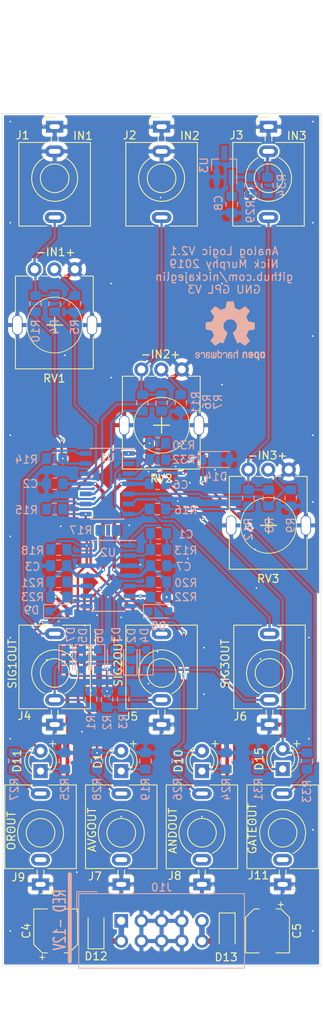
<source format=kicad_pcb>
(kicad_pcb (version 20171130) (host pcbnew "(5.1.0)-1")
  (layers (0 F.Cu signal) (31 B.Cu signal) (34 B.Paste user) (35 F.Paste user) (36 B.SilkS user) (37 F.SilkS user) (38 B.Mask user) (39 F.Mask user) (44 Edge.Cuts user))
  (net 0 "")
  (net 1 "Net-(C1-Pad2)")
  (net 2 "Net-(C1-Pad1)")
  (net 3 GND)
  (net 4 -12V)
  (net 5 +12V)
  (net 6 "Net-(D1-Pad1)")
  (net 7 SIG1)
  (net 8 "Net-(D2-Pad2)")
  (net 9 SIG2)
  (net 10 SIG3)
  (net 11 "Net-(D5-Pad1)")
  (net 12 "Net-(D10-Pad2)")
  (net 13 "Net-(D8-Pad2)")
  (net 14 "Net-(D9-Pad1)")
  (net 15 "Net-(D11-Pad2)")
  (net 16 "Net-(D10-Pad1)")
  (net 17 "Net-(D11-Pad1)")
  (net 18 -12VBUS)
  (net 19 +12VBUS)
  (net 20 "Net-(J1-PadT)")
  (net 21 "Net-(J2-PadT)")
  (net 22 +10V)
  (net 23 "Net-(J3-PadT)")
  (net 24 "Net-(J4-PadT)")
  (net 25 "Net-(J5-PadT)")
  (net 26 "Net-(J7-PadTN)")
  (net 27 "Net-(J7-PadT)")
  (net 28 "Net-(J8-PadTN)")
  (net 29 "Net-(J8-PadT)")
  (net 30 "Net-(J9-PadTN)")
  (net 31 "Net-(J9-PadT)")
  (net 32 "Net-(R4-Pad1)")
  (net 33 "Net-(R6-Pad1)")
  (net 34 "Net-(R8-Pad1)")
  (net 35 "Net-(R10-Pad1)")
  (net 36 "Net-(R11-Pad1)")
  (net 37 "Net-(R12-Pad1)")
  (net 38 "Net-(R17-Pad1)")
  (net 39 MIX)
  (net 40 "Net-(D14-Pad1)")
  (net 41 "Net-(D15-Pad2)")
  (net 42 "Net-(D15-Pad1)")
  (net 43 "Net-(J11-PadTN)")
  (net 44 "Net-(R30-Pad2)")
  (net 45 REF)
  (net 46 "Net-(J3-PadTN)")
  (module Symbol:OSHW-Logo2_9.8x8mm_SilkScreen (layer B.Cu) (at 105.156 122.809 180)
    (fp_text reference REF** hide)
    (fp_text value OSHW-Logo2_9.8x8mm_SilkScreen hide)
  )
  (module Diode_SMD:D_SOD-323_HandSoldering (layer B.Cu) (at 83.566 157.988)
    (fp_text reference D9 (at -3.429 -0.127) (layer B.SilkS) (effects (justify mirror)))
    (fp_text value 1N4148WT)
    (pad 2 smd rect (at 1.25 0) (size 1 1) (layers B.Cu B.Paste B.Mask) (net 15 "Net-(D11-Pad2)"))
    (pad 1 smd rect (at -1.25 0) (size 1 1) (layers B.Cu B.Paste B.Mask) (net 14 "Net-(D9-Pad1)"))
  )
  (module Diode_SMD:D_SOD-323_HandSoldering (layer B.Cu) (at 96.139 157.988)
    (fp_text reference D8 (at 0 1.85) (layer B.SilkS) (effects (justify mirror)))
    (fp_text value 1N4148WT)
    (pad 2 smd rect (at 1.25 0) (size 1 1) (layers B.Cu B.Paste B.Mask) (net 13 "Net-(D8-Pad2)"))
    (pad 1 smd rect (at -1.25 0) (size 1 1) (layers B.Cu B.Paste B.Mask) (net 12 "Net-(D10-Pad2)"))
  )
  (module Diode_SMD:D_SOD-323_HandSoldering (layer B.Cu) (at 84.455 164.084 270)
    (fp_text reference D7 (at -3.175 -0.635 270) (layer B.SilkS) (effects (justify mirror)))
    (fp_text value 1N4148WT)
    (pad 2 smd rect (at 1.25 0 270) (size 1 1) (layers B.Cu B.Paste B.Mask) (net 10 SIG3))
    (pad 1 smd rect (at -1.25 0 270) (size 1 1) (layers B.Cu B.Paste B.Mask) (net 11 "Net-(D5-Pad1)"))
  )
  (module Diode_SMD:D_SOD-323_HandSoldering (layer B.Cu) (at 88.519 164.084 270)
    (fp_text reference D6 (at -3.048 -0.127 270) (layer B.SilkS) (effects (justify mirror)))
    (fp_text value 1N4148WT)
    (pad 2 smd rect (at 1.25 0 270) (size 1 1) (layers B.Cu B.Paste B.Mask) (net 9 SIG2))
    (pad 1 smd rect (at -1.25 0 270) (size 1 1) (layers B.Cu B.Paste B.Mask) (net 11 "Net-(D5-Pad1)"))
  )
  (module Diode_SMD:D_SOD-323_HandSoldering (layer B.Cu) (at 86.487 164.084 270)
    (fp_text reference D5 (at -3.048 -0.127 270) (layer B.SilkS) (effects (justify mirror)))
    (fp_text value 1N4148WT)
    (pad 2 smd rect (at 1.25 0 270) (size 1 1) (layers B.Cu B.Paste B.Mask) (net 7 SIG1))
    (pad 1 smd rect (at -1.25 0 270) (size 1 1) (layers B.Cu B.Paste B.Mask) (net 11 "Net-(D5-Pad1)"))
  )
  (module Diode_SMD:D_SOD-323_HandSoldering (layer B.Cu) (at 94.615 164.084 90)
    (fp_text reference D4 (at 3.048 -0.254 90) (layer B.SilkS) (effects (justify mirror)))
    (fp_text value 1N4148WT)
    (pad 2 smd rect (at 1.25 0 90) (size 1 1) (layers B.Cu B.Paste B.Mask) (net 8 "Net-(D2-Pad2)"))
    (pad 1 smd rect (at -1.25 0 90) (size 1 1) (layers B.Cu B.Paste B.Mask) (net 10 SIG3))
  )
  (module Diode_SMD:D_SOD-323_HandSoldering (layer B.Cu) (at 90.551 164.084 90)
    (fp_text reference D3 (at 3.175 0.254 90) (layer B.SilkS) (effects (justify mirror)))
    (fp_text value 1N4148WT)
    (pad 2 smd rect (at 1.25 0 90) (size 1 1) (layers B.Cu B.Paste B.Mask) (net 8 "Net-(D2-Pad2)"))
    (pad 1 smd rect (at -1.25 0 90) (size 1 1) (layers B.Cu B.Paste B.Mask) (net 9 SIG2))
  )
  (module Diode_SMD:D_SOD-323_HandSoldering (layer B.Cu) (at 92.583 164.084 90)
    (fp_text reference D2 (at 3.048 0.127 90) (layer B.SilkS) (effects (justify mirror)))
    (fp_text value 1N4148WT)
    (pad 2 smd rect (at 1.25 0 90) (size 1 1) (layers B.Cu B.Paste B.Mask) (net 8 "Net-(D2-Pad2)"))
    (pad 1 smd rect (at -1.25 0 90) (size 1 1) (layers B.Cu B.Paste B.Mask) (net 7 SIG1))
  )
  (module "custom parts:3.5mm_tip_switch_thonkiconn" (layer F.Cu) (at 109.982 97.155)
    (fp_text reference J3 (at -4.03 1.08 180) (layer F.SilkS))
    (fp_text value IN3)
    (pad TN thru_hole oval (at 0 3.1 180) (size 2.4 1.5) (drill oval 1.5 0.6) (layers *.Cu *.Mask) (net 46 "Net-(J3-PadTN)"))
    (pad S thru_hole rect (at 0 0 180) (size 2.2 1.5) (drill oval 1.3 0.6) (layers *.Cu *.Mask) (net 3 GND))
    (pad T thru_hole oval (at 0 11.4 180) (size 2.5 1.4) (drill oval 1.5 0.5) (layers *.Cu *.Mask) (net 23 "Net-(J3-PadT)"))
  )
  (module Capacitor_SMD:C_0805_2012Metric_Pad1.15x1.40mm_HandSolder (layer B.Cu) (at 105.3465 106.934 90)
    (fp_text reference C8 (at 0.1905 -1.651 90) (layer B.SilkS) (effects (justify mirror)))
    (fp_text value 0.1uF)
    (pad 2 smd roundrect (at 1.025 0 90) (size 1.15 1.4) (layers B.Cu B.Paste B.Mask) (roundrect_rratio 0.217391) (net 22 +10V))
    (pad 1 smd roundrect (at -1.025 0 90) (size 1.15 1.4) (layers B.Cu B.Paste B.Mask) (roundrect_rratio 0.217391) (net 3 GND))
  )
  (module Resistor_SMD:R_0805_2012Metric_Pad1.15x1.40mm_HandSolder (layer B.Cu) (at 109.855 104.521 270)
    (fp_text reference R34 (at 0 -1.778 270) (layer B.SilkS) (effects (justify mirror)))
    (fp_text value 1K)
    (pad 2 smd roundrect (at 1.025 0 270) (size 1.15 1.4) (layers B.Cu B.Paste B.Mask) (roundrect_rratio 0.217391) (net 22 +10V))
    (pad 1 smd roundrect (at -1.025 0 270) (size 1.15 1.4) (layers B.Cu B.Paste B.Mask) (roundrect_rratio 0.217391) (net 46 "Net-(J3-PadTN)"))
  )
  (module Resistor_SMD:R_0805_2012Metric_Pad1.15x1.40mm_HandSolder (layer B.Cu) (at 109.982 143.764 90)
    (fp_text reference R8 (at -3.429 0.127 90) (layer B.SilkS) (effects (justify mirror)))
    (fp_text value 47K)
    (pad 2 smd roundrect (at 1.025 0 90) (size 1.15 1.4) (layers B.Cu B.Paste B.Mask) (roundrect_rratio 0.217391) (net 23 "Net-(J3-PadT)"))
    (pad 1 smd roundrect (at -1.025 0 90) (size 1.15 1.4) (layers B.Cu B.Paste B.Mask) (roundrect_rratio 0.217391) (net 34 "Net-(R8-Pad1)"))
  )
  (module Resistor_SMD:R_0805_2012Metric_Pad1.15x1.40mm_HandSolder (layer B.Cu) (at 107.696 104.521 90)
    (fp_text reference R29 (at -3.302 0 90) (layer B.SilkS) (effects (justify mirror)))
    (fp_text value 3.3K)
    (pad 2 smd roundrect (at 1.025 0 90) (size 1.15 1.4) (layers B.Cu B.Paste B.Mask) (roundrect_rratio 0.217391) (net 22 +10V))
    (pad 1 smd roundrect (at -1.025 0 90) (size 1.15 1.4) (layers B.Cu B.Paste B.Mask) (roundrect_rratio 0.217391) (net 5 +12V))
  )
  (module Resistor_SMD:R_0805_2012Metric_Pad1.15x1.40mm_HandSolder (layer B.Cu) (at 112.776 143.764 90)
    (fp_text reference R9 (at -3.429 0 90) (layer B.SilkS) (effects (justify mirror)))
    (fp_text value 47K)
    (pad 2 smd roundrect (at 1.025 0 90) (size 1.15 1.4) (layers B.Cu B.Paste B.Mask) (roundrect_rratio 0.217391) (net 34 "Net-(R8-Pad1)"))
    (pad 1 smd roundrect (at -1.025 0 90) (size 1.15 1.4) (layers B.Cu B.Paste B.Mask) (roundrect_rratio 0.217391) (net 3 GND))
  )
  (module "custom parts:3.5mm_tip_switch_thonkiconn" (layer F.Cu) (at 110.109 172.212 180)
    (fp_text reference J6 (at 3.683 1.016) (layer F.SilkS))
    (fp_text value SIG3OUT (at 5.588 7.62 90) (layer F.SilkS))
    (pad TN thru_hole oval (at 0 3.1) (size 2.4 1.5) (drill oval 1.5 0.6) (layers *.Cu *.Mask) (net 10 SIG3))
    (pad S thru_hole rect (at 0 0) (size 2.2 1.5) (drill oval 1.3 0.6) (layers *.Cu *.Mask) (net 3 GND))
    (pad T thru_hole oval (at 0 11.4) (size 2.5 1.4) (drill oval 1.5 0.5) (layers *.Cu *.Mask) (net 45 REF))
  )
  (module "custom parts:3.5mm_tip_switch_thonkiconn" (layer F.Cu) (at 96.52 172.212 180)
    (fp_text reference J5 (at 3.81 1.016) (layer F.SilkS))
    (fp_text value SIG2OUT (at 5.461 7.874 90) (layer F.SilkS))
    (pad T thru_hole oval (at 0 11.4) (size 2.5 1.4) (drill oval 1.5 0.5) (layers *.Cu *.Mask) (net 25 "Net-(J5-PadT)"))
    (pad S thru_hole rect (at 0 0) (size 2.2 1.5) (drill oval 1.3 0.6) (layers *.Cu *.Mask) (net 3 GND))
    (pad TN thru_hole oval (at 0 3.1) (size 2.4 1.5) (drill oval 1.5 0.6) (layers *.Cu *.Mask) (net 9 SIG2))
  )
  (module Resistor_SMD:R_0805_2012Metric_Pad1.15x1.40mm_HandSolder (layer B.Cu) (at 114.808 176.784 270)
    (fp_text reference R33 (at 3.81 0 270) (layer B.SilkS) (effects (justify mirror)))
    (fp_text value 10K)
    (pad 2 smd roundrect (at 1.025 0 270) (size 1.15 1.4) (layers B.Cu B.Paste B.Mask) (roundrect_rratio 0.217391) (net 40 "Net-(D14-Pad1)"))
    (pad 1 smd roundrect (at -1.025 0 270) (size 1.15 1.4) (layers B.Cu B.Paste B.Mask) (roundrect_rratio 0.217391) (net 41 "Net-(D15-Pad2)"))
  )
  (module Resistor_SMD:R_0805_2012Metric_Pad1.15x1.40mm_HandSolder (layer B.Cu) (at 96.012 138.938)
    (fp_text reference R32 (at 3.302 0) (layer B.SilkS) (effects (justify mirror)))
    (fp_text value 47K)
    (pad 2 smd roundrect (at 1.025 0) (size 1.15 1.4) (layers B.Cu B.Paste B.Mask) (roundrect_rratio 0.217391) (net 40 "Net-(D14-Pad1)"))
    (pad 1 smd roundrect (at -1.025 0) (size 1.15 1.4) (layers B.Cu B.Paste B.Mask) (roundrect_rratio 0.217391) (net 44 "Net-(R30-Pad2)"))
  )
  (module Resistor_SMD:R_0805_2012Metric_Pad1.15x1.40mm_HandSolder (layer B.Cu) (at 108.712 176.784 270)
    (fp_text reference R31 (at 3.556 0 270) (layer B.SilkS) (effects (justify mirror)))
    (fp_text value 3.3K)
    (pad 2 smd roundrect (at 1.025 0 270) (size 1.15 1.4) (layers B.Cu B.Paste B.Mask) (roundrect_rratio 0.217391) (net 42 "Net-(D15-Pad1)"))
    (pad 1 smd roundrect (at -1.025 0 270) (size 1.15 1.4) (layers B.Cu B.Paste B.Mask) (roundrect_rratio 0.217391) (net 3 GND))
  )
  (module Resistor_SMD:R_0805_2012Metric_Pad1.15x1.40mm_HandSolder (layer B.Cu) (at 96.012 136.906)
    (fp_text reference R30 (at 3.302 0.254) (layer B.SilkS) (effects (justify mirror)))
    (fp_text value 3.3K)
    (pad 2 smd roundrect (at 1.025 0) (size 1.15 1.4) (layers B.Cu B.Paste B.Mask) (roundrect_rratio 0.217391) (net 44 "Net-(R30-Pad2)"))
    (pad 1 smd roundrect (at -1.025 0) (size 1.15 1.4) (layers B.Cu B.Paste B.Mask) (roundrect_rratio 0.217391) (net 39 MIX))
  )
  (module "custom parts:3.5mm_tip_switch_thonkiconn" (layer F.Cu) (at 111.76 192.278 180)
    (fp_text reference J11 (at 3.048 1.143) (layer F.SilkS))
    (fp_text value GATEOUT (at 3.81 6.985 270) (layer F.SilkS))
    (pad TN thru_hole oval (at 0 3.1) (size 2.4 1.5) (drill oval 1.5 0.6) (layers *.Cu *.Mask) (net 43 "Net-(J11-PadTN)"))
    (pad S thru_hole rect (at 0 0) (size 2.2 1.5) (drill oval 1.3 0.6) (layers *.Cu *.Mask) (net 3 GND))
    (pad T thru_hole oval (at 0 11.4) (size 2.5 1.4) (drill oval 1.5 0.5) (layers *.Cu *.Mask) (net 40 "Net-(D14-Pad1)"))
  )
  (module LED_THT:LED_D3.0mm (layer F.Cu) (at 111.76 177.8 90)
    (fp_text reference D15 (at 1.27 -2.96 90) (layer F.SilkS))
    (fp_text value LED_Dual_2pin)
    (pad 2 thru_hole circle (at 2.54 0 90) (size 1.8 1.8) (drill 0.9) (layers *.Cu *.Mask) (net 41 "Net-(D15-Pad2)"))
    (pad 1 thru_hole rect (at 0 0 90) (size 1.8 1.8) (drill 0.9) (layers *.Cu *.Mask) (net 42 "Net-(D15-Pad1)"))
  )
  (module Diode_SMD:D_SOD-123 (layer B.Cu) (at 103.378 138.938)
    (fp_text reference D14 (at 0 2.159 180) (layer B.SilkS) (effects (justify mirror)))
    (fp_text value BZT52B5v1)
    (pad 2 smd rect (at 1.65 0) (size 0.9 1.2) (layers B.Cu B.Paste B.Mask) (net 3 GND))
    (pad 1 smd rect (at -1.65 0) (size 0.9 1.2) (layers B.Cu B.Paste B.Mask) (net 40 "Net-(D14-Pad1)"))
  )
  (module Package_TO_SOT_SMD:SOT-23_Handsoldering (layer B.Cu) (at 104.394 101.981 90)
    (fp_text reference U3 (at 0 -2.54 270) (layer B.SilkS) (effects (justify mirror)))
    (fp_text value LM4040DBZ-10)
    (pad 3 smd rect (at 1.5 0 90) (size 1.9 0.8) (layers B.Cu B.Paste B.Mask))
    (pad 2 smd rect (at -1.5 -0.95 90) (size 1.9 0.8) (layers B.Cu B.Paste B.Mask) (net 3 GND))
    (pad 1 smd rect (at -1.5 0.95 90) (size 1.9 0.8) (layers B.Cu B.Paste B.Mask) (net 22 +10V))
  )
  (module Resistor_SMD:R_0805_2012Metric_Pad1.15x1.40mm_HandSolder (layer B.Cu) (at 96.012 145.161)
    (fp_text reference R16 (at 3.556 0.127) (layer B.SilkS) (effects (justify mirror)))
    (fp_text value 100K)
    (pad 2 smd roundrect (at 1.025 0) (size 1.15 1.4) (layers B.Cu B.Paste B.Mask) (roundrect_rratio 0.217391) (net 37 "Net-(R12-Pad1)"))
    (pad 1 smd roundrect (at -1.025 0) (size 1.15 1.4) (layers B.Cu B.Paste B.Mask) (roundrect_rratio 0.217391) (net 45 REF))
  )
  (module Package_SO:SOIC-14_3.9x8.7mm_P1.27mm (layer B.Cu) (at 89.789 153.543 180)
    (fp_text reference U2 (at 0 2.921 180) (layer B.SilkS) (effects (justify mirror)))
    (fp_text value TL074)
    (pad 14 smd rect (at 2.7 3.81 180) (size 1.5 0.6) (layers B.Cu B.Paste B.Mask) (net 39 MIX))
    (pad 13 smd rect (at 2.7 2.54 180) (size 1.5 0.6) (layers B.Cu B.Paste B.Mask) (net 38 "Net-(R17-Pad1)"))
    (pad 12 smd rect (at 2.7 1.27 180) (size 1.5 0.6) (layers B.Cu B.Paste B.Mask) (net 3 GND))
    (pad 11 smd rect (at 2.7 0 180) (size 1.5 0.6) (layers B.Cu B.Paste B.Mask) (net 4 -12V))
    (pad 10 smd rect (at 2.7 -1.27 180) (size 1.5 0.6) (layers B.Cu B.Paste B.Mask) (net 11 "Net-(D5-Pad1)"))
    (pad 9 smd rect (at 2.7 -2.54 180) (size 1.5 0.6) (layers B.Cu B.Paste B.Mask) (net 14 "Net-(D9-Pad1)"))
    (pad 8 smd rect (at 2.7 -3.81 180) (size 1.5 0.6) (layers B.Cu B.Paste B.Mask) (net 15 "Net-(D11-Pad2)"))
    (pad 7 smd rect (at -2.7 -3.81 180) (size 1.5 0.6) (layers B.Cu B.Paste B.Mask) (net 12 "Net-(D10-Pad2)"))
    (pad 6 smd rect (at -2.7 -2.54 180) (size 1.5 0.6) (layers B.Cu B.Paste B.Mask) (net 13 "Net-(D8-Pad2)"))
    (pad 5 smd rect (at -2.7 -1.27 180) (size 1.5 0.6) (layers B.Cu B.Paste B.Mask) (net 8 "Net-(D2-Pad2)"))
    (pad 4 smd rect (at -2.7 0 180) (size 1.5 0.6) (layers B.Cu B.Paste B.Mask) (net 5 +12V))
    (pad 3 smd rect (at -2.7 1.27 180) (size 1.5 0.6) (layers B.Cu B.Paste B.Mask) (net 3 GND))
    (pad 2 smd rect (at -2.7 2.54 180) (size 1.5 0.6) (layers B.Cu B.Paste B.Mask) (net 1 "Net-(C1-Pad2)"))
    (pad 1 smd rect (at -2.7 3.81 180) (size 1.5 0.6) (layers B.Cu B.Paste B.Mask) (net 2 "Net-(C1-Pad1)"))
  )
  (module Package_SO:SOIC-14_3.9x8.7mm_P1.27mm (layer B.Cu) (at 89.662 141.986 180)
    (fp_text reference U1 (at 0 3.302 180) (layer B.SilkS) (effects (justify mirror)))
    (fp_text value TL074)
    (pad 14 smd rect (at 2.7 3.81 180) (size 1.5 0.6) (layers B.Cu B.Paste B.Mask) (net 24 "Net-(J4-PadT)"))
    (pad 13 smd rect (at 2.7 2.54 180) (size 1.5 0.6) (layers B.Cu B.Paste B.Mask) (net 35 "Net-(R10-Pad1)"))
    (pad 12 smd rect (at 2.7 1.27 180) (size 1.5 0.6) (layers B.Cu B.Paste B.Mask) (net 32 "Net-(R4-Pad1)"))
    (pad 11 smd rect (at 2.7 0 180) (size 1.5 0.6) (layers B.Cu B.Paste B.Mask) (net 4 -12V))
    (pad 10 smd rect (at 2.7 -1.27 180) (size 1.5 0.6) (layers B.Cu B.Paste B.Mask) (net 33 "Net-(R6-Pad1)"))
    (pad 9 smd rect (at 2.7 -2.54 180) (size 1.5 0.6) (layers B.Cu B.Paste B.Mask) (net 36 "Net-(R11-Pad1)"))
    (pad 8 smd rect (at 2.7 -3.81 180) (size 1.5 0.6) (layers B.Cu B.Paste B.Mask) (net 25 "Net-(J5-PadT)"))
    (pad 7 smd rect (at -2.7 -3.81 180) (size 1.5 0.6) (layers B.Cu B.Paste B.Mask) (net 45 REF))
    (pad 6 smd rect (at -2.7 -2.54 180) (size 1.5 0.6) (layers B.Cu B.Paste B.Mask) (net 37 "Net-(R12-Pad1)"))
    (pad 5 smd rect (at -2.7 -1.27 180) (size 1.5 0.6) (layers B.Cu B.Paste B.Mask) (net 34 "Net-(R8-Pad1)"))
    (pad 4 smd rect (at -2.7 0 180) (size 1.5 0.6) (layers B.Cu B.Paste B.Mask) (net 5 +12V))
    (pad 3 smd rect (at -2.7 1.27 180) (size 1.5 0.6) (layers B.Cu B.Paste B.Mask) (net 44 "Net-(R30-Pad2)"))
    (pad 2 smd rect (at -2.7 2.54 180) (size 1.5 0.6) (layers B.Cu B.Paste B.Mask) (net 45 REF))
    (pad 1 smd rect (at -2.7 3.81 180) (size 1.5 0.6) (layers B.Cu B.Paste B.Mask) (net 41 "Net-(D15-Pad2)"))
  )
  (module "custom parts:Potentiometer_Vertical_Bournes_PTV09A" (layer F.Cu) (at 112.522 140.208 270)
    (fp_text reference RV3 (at 13.7 2.58) (layer F.SilkS))
    (fp_text value B100K)
    (pad "" thru_hole oval (at 7 -2.16) (size 1.3 2.5) (drill oval 1.1 2.3) (layers *.Cu *.Mask) (net 3 GND))
    (pad "" thru_hole oval (at 7 7.24) (size 1.3 2.5) (drill oval 1.1 2.3) (layers *.Cu *.Mask) (net 3 GND))
    (pad 3 thru_hole circle (at 0 5.08 270) (size 1.8 1.8) (drill 1) (layers *.Cu *.Mask) (net 23 "Net-(J3-PadT)"))
    (pad 2 thru_hole circle (at 0 2.58 270) (size 1.8 1.8) (drill 1) (layers *.Cu *.Mask) (net 34 "Net-(R8-Pad1)"))
    (pad 1 thru_hole circle (at 0 0 270) (size 1.8 1.8) (drill 1) (layers *.Cu *.Mask) (net 3 GND))
  )
  (module "custom parts:Potentiometer_Vertical_Bournes_PTV09A" (layer F.Cu) (at 99.06 127.635 270)
    (fp_text reference RV2 (at 13.7 2.58) (layer F.SilkS))
    (fp_text value B100K)
    (pad "" thru_hole oval (at 7 -2.16) (size 1.3 2.5) (drill oval 1.1 2.3) (layers *.Cu *.Mask) (net 3 GND))
    (pad "" thru_hole oval (at 7 7.24) (size 1.3 2.5) (drill oval 1.1 2.3) (layers *.Cu *.Mask) (net 3 GND))
    (pad 3 thru_hole circle (at 0 5.08 270) (size 1.8 1.8) (drill 1) (layers *.Cu *.Mask) (net 21 "Net-(J2-PadT)"))
    (pad 2 thru_hole circle (at 0 2.58 270) (size 1.8 1.8) (drill 1) (layers *.Cu *.Mask) (net 33 "Net-(R6-Pad1)"))
    (pad 1 thru_hole circle (at 0 0 270) (size 1.8 1.8) (drill 1) (layers *.Cu *.Mask) (net 3 GND))
  )
  (module "custom parts:Potentiometer_Vertical_Bournes_PTV09A" (layer F.Cu) (at 85.598 115.062 270)
    (fp_text reference RV1 (at 13.7 2.58) (layer F.SilkS))
    (fp_text value B100K)
    (pad "" thru_hole oval (at 7 -2.16) (size 1.3 2.5) (drill oval 1.1 2.3) (layers *.Cu *.Mask) (net 3 GND))
    (pad "" thru_hole oval (at 7 7.24) (size 1.3 2.5) (drill oval 1.1 2.3) (layers *.Cu *.Mask) (net 3 GND))
    (pad 3 thru_hole circle (at 0 5.08 270) (size 1.8 1.8) (drill 1) (layers *.Cu *.Mask) (net 20 "Net-(J1-PadT)"))
    (pad 2 thru_hole circle (at 0 2.58 270) (size 1.8 1.8) (drill 1) (layers *.Cu *.Mask) (net 32 "Net-(R4-Pad1)"))
    (pad 1 thru_hole circle (at 0 0 270) (size 1.8 1.8) (drill 1) (layers *.Cu *.Mask) (net 3 GND))
  )
  (module Resistor_SMD:R_0805_2012Metric_Pad1.15x1.40mm_HandSolder (layer B.Cu) (at 88.392 176.784 270)
    (fp_text reference R28 (at 3.556 0 270) (layer B.SilkS) (effects (justify mirror)))
    (fp_text value 180)
    (pad 2 smd roundrect (at 1.025 0 270) (size 1.15 1.4) (layers B.Cu B.Paste B.Mask) (roundrect_rratio 0.217391) (net 27 "Net-(J7-PadT)"))
    (pad 1 smd roundrect (at -1.025 0 270) (size 1.15 1.4) (layers B.Cu B.Paste B.Mask) (roundrect_rratio 0.217391) (net 39 MIX))
  )
  (module Resistor_SMD:R_0805_2012Metric_Pad1.15x1.40mm_HandSolder (layer B.Cu) (at 77.978 176.784 270)
    (fp_text reference R27 (at 3.556 0 270) (layer B.SilkS) (effects (justify mirror)))
    (fp_text value 180)
    (pad 2 smd roundrect (at 1.025 0 270) (size 1.15 1.4) (layers B.Cu B.Paste B.Mask) (roundrect_rratio 0.217391) (net 31 "Net-(J9-PadT)"))
    (pad 1 smd roundrect (at -1.025 0 270) (size 1.15 1.4) (layers B.Cu B.Paste B.Mask) (roundrect_rratio 0.217391) (net 15 "Net-(D11-Pad2)"))
  )
  (module Resistor_SMD:R_0805_2012Metric_Pad1.15x1.40mm_HandSolder (layer B.Cu) (at 98.552 176.784 270)
    (fp_text reference R26 (at 3.556 0 270) (layer B.SilkS) (effects (justify mirror)))
    (fp_text value 180)
    (pad 1 smd roundrect (at -1.025 0 270) (size 1.15 1.4) (layers B.Cu B.Paste B.Mask) (roundrect_rratio 0.217391) (net 12 "Net-(D10-Pad2)"))
    (pad 2 smd roundrect (at 1.025 0 270) (size 1.15 1.4) (layers B.Cu B.Paste B.Mask) (roundrect_rratio 0.217391) (net 29 "Net-(J8-PadT)"))
  )
  (module Resistor_SMD:R_0805_2012Metric_Pad1.15x1.40mm_HandSolder (layer B.Cu) (at 84.328 176.784 270)
    (fp_text reference R25 (at 3.556 0 270) (layer B.SilkS) (effects (justify mirror)))
    (fp_text value 3.3K)
    (pad 2 smd roundrect (at 1.025 0 270) (size 1.15 1.4) (layers B.Cu B.Paste B.Mask) (roundrect_rratio 0.217391) (net 17 "Net-(D11-Pad1)"))
    (pad 1 smd roundrect (at -1.025 0 270) (size 1.15 1.4) (layers B.Cu B.Paste B.Mask) (roundrect_rratio 0.217391) (net 3 GND))
  )
  (module Resistor_SMD:R_0805_2012Metric_Pad1.15x1.40mm_HandSolder (layer B.Cu) (at 104.648 176.784 270)
    (fp_text reference R24 (at 3.556 0 270) (layer B.SilkS) (effects (justify mirror)))
    (fp_text value 3.3K)
    (pad 1 smd roundrect (at -1.025 0 270) (size 1.15 1.4) (layers B.Cu B.Paste B.Mask) (roundrect_rratio 0.217391) (net 3 GND))
    (pad 2 smd roundrect (at 1.025 0 270) (size 1.15 1.4) (layers B.Cu B.Paste B.Mask) (roundrect_rratio 0.217391) (net 16 "Net-(D10-Pad1)"))
  )
  (module Resistor_SMD:R_0805_2012Metric_Pad1.15x1.40mm_HandSolder (layer B.Cu) (at 83.566 156.21)
    (fp_text reference R23 (at -3.302 0) (layer B.SilkS) (effects (justify mirror)))
    (fp_text value 220K)
    (pad 2 smd roundrect (at 1.025 0) (size 1.15 1.4) (layers B.Cu B.Paste B.Mask) (roundrect_rratio 0.217391) (net 14 "Net-(D9-Pad1)"))
    (pad 1 smd roundrect (at -1.025 0) (size 1.15 1.4) (layers B.Cu B.Paste B.Mask) (roundrect_rratio 0.217391) (net 4 -12V))
  )
  (module Resistor_SMD:R_0805_2012Metric_Pad1.15x1.40mm_HandSolder (layer B.Cu) (at 96.139 156.21 180)
    (fp_text reference R22 (at -3.429 0 180) (layer B.SilkS) (effects (justify mirror)))
    (fp_text value 220K)
    (pad 2 smd roundrect (at 1.025 0 180) (size 1.15 1.4) (layers B.Cu B.Paste B.Mask) (roundrect_rratio 0.217391) (net 13 "Net-(D8-Pad2)"))
    (pad 1 smd roundrect (at -1.025 0 180) (size 1.15 1.4) (layers B.Cu B.Paste B.Mask) (roundrect_rratio 0.217391) (net 5 +12V))
  )
  (module Resistor_SMD:R_0805_2012Metric_Pad1.15x1.40mm_HandSolder (layer B.Cu) (at 83.566 154.305)
    (fp_text reference R21 (at -3.302 0.127) (layer B.SilkS) (effects (justify mirror)))
    (fp_text value 220K)
    (pad 2 smd roundrect (at 1.025 0) (size 1.15 1.4) (layers B.Cu B.Paste B.Mask) (roundrect_rratio 0.217391) (net 11 "Net-(D5-Pad1)"))
    (pad 1 smd roundrect (at -1.025 0) (size 1.15 1.4) (layers B.Cu B.Paste B.Mask) (roundrect_rratio 0.217391) (net 4 -12V))
  )
  (module Resistor_SMD:R_0805_2012Metric_Pad1.15x1.40mm_HandSolder (layer B.Cu) (at 96.139 154.305 180)
    (fp_text reference R20 (at -3.429 -0.127 180) (layer B.SilkS) (effects (justify mirror)))
    (fp_text value 220K)
    (pad 2 smd roundrect (at 1.025 0 180) (size 1.15 1.4) (layers B.Cu B.Paste B.Mask) (roundrect_rratio 0.217391) (net 8 "Net-(D2-Pad2)"))
    (pad 1 smd roundrect (at -1.025 0 180) (size 1.15 1.4) (layers B.Cu B.Paste B.Mask) (roundrect_rratio 0.217391) (net 5 +12V))
  )
  (module Resistor_SMD:R_0805_2012Metric_Pad1.15x1.40mm_HandSolder (layer B.Cu) (at 94.488 176.784 270)
    (fp_text reference R19 (at 3.556 0 270) (layer B.SilkS) (effects (justify mirror)))
    (fp_text value 3.3K)
    (pad 2 smd roundrect (at 1.025 0 270) (size 1.15 1.4) (layers B.Cu B.Paste B.Mask) (roundrect_rratio 0.217391) (net 6 "Net-(D1-Pad1)"))
    (pad 1 smd roundrect (at -1.025 0 270) (size 1.15 1.4) (layers B.Cu B.Paste B.Mask) (roundrect_rratio 0.217391) (net 3 GND))
  )
  (module Resistor_SMD:R_0805_2012Metric_Pad1.15x1.40mm_HandSolder (layer B.Cu) (at 83.566 150.241)
    (fp_text reference R18 (at -3.302 0.127) (layer B.SilkS) (effects (justify mirror)))
    (fp_text value 33K)
    (pad 2 smd roundrect (at 1.025 0) (size 1.15 1.4) (layers B.Cu B.Paste B.Mask) (roundrect_rratio 0.217391) (net 38 "Net-(R17-Pad1)"))
    (pad 1 smd roundrect (at -1.025 0) (size 1.15 1.4) (layers B.Cu B.Paste B.Mask) (roundrect_rratio 0.217391) (net 39 MIX))
  )
  (module Resistor_SMD:R_0805_2012Metric_Pad1.15x1.40mm_HandSolder (layer B.Cu) (at 89.789 147.828)
    (fp_text reference R17 (at -3.429 0) (layer B.SilkS) (effects (justify mirror)))
    (fp_text value 33K)
    (pad 2 smd roundrect (at 1.025 0) (size 1.15 1.4) (layers B.Cu B.Paste B.Mask) (roundrect_rratio 0.217391) (net 2 "Net-(C1-Pad1)"))
    (pad 1 smd roundrect (at -1.025 0) (size 1.15 1.4) (layers B.Cu B.Paste B.Mask) (roundrect_rratio 0.217391) (net 38 "Net-(R17-Pad1)"))
  )
  (module Resistor_SMD:R_0805_2012Metric_Pad1.15x1.40mm_HandSolder (layer B.Cu) (at 83.058 145.161 180)
    (fp_text reference R15 (at 3.556 -0.127 180) (layer B.SilkS) (effects (justify mirror)))
    (fp_text value 100K)
    (pad 2 smd roundrect (at 1.025 0 180) (size 1.15 1.4) (layers B.Cu B.Paste B.Mask) (roundrect_rratio 0.217391) (net 36 "Net-(R11-Pad1)"))
    (pad 1 smd roundrect (at -1.025 0 180) (size 1.15 1.4) (layers B.Cu B.Paste B.Mask) (roundrect_rratio 0.217391) (net 25 "Net-(J5-PadT)"))
  )
  (module Resistor_SMD:R_0805_2012Metric_Pad1.15x1.40mm_HandSolder (layer B.Cu) (at 83.058 138.811)
    (fp_text reference R14 (at -3.556 0.127) (layer B.SilkS) (effects (justify mirror)))
    (fp_text value 100K)
    (pad 2 smd roundrect (at 1.025 0) (size 1.15 1.4) (layers B.Cu B.Paste B.Mask) (roundrect_rratio 0.217391) (net 35 "Net-(R10-Pad1)"))
    (pad 1 smd roundrect (at -1.025 0) (size 1.15 1.4) (layers B.Cu B.Paste B.Mask) (roundrect_rratio 0.217391) (net 24 "Net-(J4-PadT)"))
  )
  (module Resistor_SMD:R_0805_2012Metric_Pad1.15x1.40mm_HandSolder (layer B.Cu) (at 96.139 150.241 180)
    (fp_text reference R13 (at -3.429 -0.127 180) (layer B.SilkS) (effects (justify mirror)))
    (fp_text value 33K)
    (pad 2 smd roundrect (at 1.025 0 180) (size 1.15 1.4) (layers B.Cu B.Paste B.Mask) (roundrect_rratio 0.217391) (net 1 "Net-(C1-Pad2)"))
    (pad 1 smd roundrect (at -1.025 0 180) (size 1.15 1.4) (layers B.Cu B.Paste B.Mask) (roundrect_rratio 0.217391) (net 2 "Net-(C1-Pad1)"))
  )
  (module Resistor_SMD:R_0805_2012Metric_Pad1.15x1.40mm_HandSolder (layer B.Cu) (at 107.442 143.764 90)
    (fp_text reference R12 (at -3.937 0 90) (layer B.SilkS) (effects (justify mirror)))
    (fp_text value 100K)
    (pad 2 smd roundrect (at 1.025 0 90) (size 1.15 1.4) (layers B.Cu B.Paste B.Mask) (roundrect_rratio 0.217391) (net 23 "Net-(J3-PadT)"))
    (pad 1 smd roundrect (at -1.025 0 90) (size 1.15 1.4) (layers B.Cu B.Paste B.Mask) (roundrect_rratio 0.217391) (net 37 "Net-(R12-Pad1)"))
  )
  (module Resistor_SMD:R_0805_2012Metric_Pad1.15x1.40mm_HandSolder (layer B.Cu) (at 94.107 131.826 90)
    (fp_text reference R11 (at 0 6.731 90) (layer B.SilkS) (effects (justify mirror)))
    (fp_text value 100K)
    (pad 1 smd roundrect (at -1.025 0 90) (size 1.15 1.4) (layers B.Cu B.Paste B.Mask) (roundrect_rratio 0.217391) (net 36 "Net-(R11-Pad1)"))
    (pad 2 smd roundrect (at 1.025 0 90) (size 1.15 1.4) (layers B.Cu B.Paste B.Mask) (roundrect_rratio 0.217391) (net 21 "Net-(J2-PadT)"))
  )
  (module Resistor_SMD:R_0805_2012Metric_Pad1.15x1.40mm_HandSolder (layer B.Cu) (at 80.645 119.38 90)
    (fp_text reference R10 (at -3.429 0 90) (layer B.SilkS) (effects (justify mirror)))
    (fp_text value 100K)
    (pad 2 smd roundrect (at 1.025 0 90) (size 1.15 1.4) (layers B.Cu B.Paste B.Mask) (roundrect_rratio 0.217391) (net 20 "Net-(J1-PadT)"))
    (pad 1 smd roundrect (at -1.025 0 90) (size 1.15 1.4) (layers B.Cu B.Paste B.Mask) (roundrect_rratio 0.217391) (net 35 "Net-(R10-Pad1)"))
  )
  (module Resistor_SMD:R_0805_2012Metric_Pad1.15x1.40mm_HandSolder (layer B.Cu) (at 98.933 131.826 90)
    (fp_text reference R7 (at 0.127 4.699 90) (layer B.SilkS) (effects (justify mirror)))
    (fp_text value 47K)
    (pad 2 smd roundrect (at 1.025 0 90) (size 1.15 1.4) (layers B.Cu B.Paste B.Mask) (roundrect_rratio 0.217391) (net 33 "Net-(R6-Pad1)"))
    (pad 1 smd roundrect (at -1.025 0 90) (size 1.15 1.4) (layers B.Cu B.Paste B.Mask) (roundrect_rratio 0.217391) (net 3 GND))
  )
  (module Resistor_SMD:R_0805_2012Metric_Pad1.15x1.40mm_HandSolder (layer B.Cu) (at 96.52 131.826 90)
    (fp_text reference R6 (at 0.127 5.715 90) (layer B.SilkS) (effects (justify mirror)))
    (fp_text value 47K)
    (pad 2 smd roundrect (at 1.025 0 90) (size 1.15 1.4) (layers B.Cu B.Paste B.Mask) (roundrect_rratio 0.217391) (net 21 "Net-(J2-PadT)"))
    (pad 1 smd roundrect (at -1.025 0 90) (size 1.15 1.4) (layers B.Cu B.Paste B.Mask) (roundrect_rratio 0.217391) (net 33 "Net-(R6-Pad1)"))
  )
  (module Resistor_SMD:R_0805_2012Metric_Pad1.15x1.40mm_HandSolder (layer B.Cu) (at 85.598 119.38 90)
    (fp_text reference R5 (at -2.921 0 90) (layer B.SilkS) (effects (justify mirror)))
    (fp_text value 47K)
    (pad 2 smd roundrect (at 1.025 0 90) (size 1.15 1.4) (layers B.Cu B.Paste B.Mask) (roundrect_rratio 0.217391) (net 32 "Net-(R4-Pad1)"))
    (pad 1 smd roundrect (at -1.025 0 90) (size 1.15 1.4) (layers B.Cu B.Paste B.Mask) (roundrect_rratio 0.217391) (net 3 GND))
  )
  (module Resistor_SMD:R_0805_2012Metric_Pad1.15x1.40mm_HandSolder (layer B.Cu) (at 83.058 119.38 90)
    (fp_text reference R4 (at -2.921 0 90) (layer B.SilkS) (effects (justify mirror)))
    (fp_text value 47K)
    (pad 2 smd roundrect (at 1.025 0 90) (size 1.15 1.4) (layers B.Cu B.Paste B.Mask) (roundrect_rratio 0.217391) (net 20 "Net-(J1-PadT)"))
    (pad 1 smd roundrect (at -1.025 0 90) (size 1.15 1.4) (layers B.Cu B.Paste B.Mask) (roundrect_rratio 0.217391) (net 32 "Net-(R4-Pad1)"))
  )
  (module Resistor_SMD:R_0805_2012Metric_Pad1.15x1.40mm_HandSolder (layer B.Cu) (at 91.694 169.037 90)
    (fp_text reference R3 (at -2.794 0 90) (layer B.SilkS) (effects (justify mirror)))
    (fp_text value 100K)
    (pad 2 smd roundrect (at 1.025 0 90) (size 1.15 1.4) (layers B.Cu B.Paste B.Mask) (roundrect_rratio 0.217391) (net 10 SIG3))
    (pad 1 smd roundrect (at -1.025 0 90) (size 1.15 1.4) (layers B.Cu B.Paste B.Mask) (roundrect_rratio 0.217391) (net 1 "Net-(C1-Pad2)"))
  )
  (module Resistor_SMD:R_0805_2012Metric_Pad1.15x1.40mm_HandSolder (layer B.Cu) (at 89.662 169.037 90)
    (fp_text reference R2 (at -2.921 0 90) (layer B.SilkS) (effects (justify mirror)))
    (fp_text value 100K)
    (pad 2 smd roundrect (at 1.025 0 90) (size 1.15 1.4) (layers B.Cu B.Paste B.Mask) (roundrect_rratio 0.217391) (net 9 SIG2))
    (pad 1 smd roundrect (at -1.025 0 90) (size 1.15 1.4) (layers B.Cu B.Paste B.Mask) (roundrect_rratio 0.217391) (net 1 "Net-(C1-Pad2)"))
  )
  (module Resistor_SMD:R_0805_2012Metric_Pad1.15x1.40mm_HandSolder (layer B.Cu) (at 87.63 169.037 270)
    (fp_text reference R1 (at 2.921 0 270) (layer B.SilkS) (effects (justify mirror)))
    (fp_text value 100K)
    (pad 2 smd roundrect (at 1.025 0 270) (size 1.15 1.4) (layers B.Cu B.Paste B.Mask) (roundrect_rratio 0.217391) (net 7 SIG1))
    (pad 1 smd roundrect (at -1.025 0 270) (size 1.15 1.4) (layers B.Cu B.Paste B.Mask) (roundrect_rratio 0.217391) (net 1 "Net-(C1-Pad2)"))
  )
  (module Connector_IDC:IDC-Header_2x05_P2.54mm_Vertical (layer B.Cu) (at 91.44 196.85 270)
    (fp_text reference J10 (at -4.191 -5.08) (layer B.SilkS) (effects (justify mirror)))
    (fp_text value PWRHDR)
    (pad 10 thru_hole oval (at 2.54 -10.16 270) (size 1.7272 1.7272) (drill 1.016) (layers *.Cu *.Mask) (net 19 +12VBUS))
    (pad 9 thru_hole oval (at 0 -10.16 270) (size 1.7272 1.7272) (drill 1.016) (layers *.Cu *.Mask) (net 19 +12VBUS))
    (pad 8 thru_hole oval (at 2.54 -7.62 270) (size 1.7272 1.7272) (drill 1.016) (layers *.Cu *.Mask) (net 3 GND))
    (pad 7 thru_hole oval (at 0 -7.62 270) (size 1.7272 1.7272) (drill 1.016) (layers *.Cu *.Mask) (net 3 GND))
    (pad 6 thru_hole oval (at 2.54 -5.08 270) (size 1.7272 1.7272) (drill 1.016) (layers *.Cu *.Mask) (net 3 GND))
    (pad 5 thru_hole oval (at 0 -5.08 270) (size 1.7272 1.7272) (drill 1.016) (layers *.Cu *.Mask) (net 3 GND))
    (pad 4 thru_hole oval (at 2.54 -2.54 270) (size 1.7272 1.7272) (drill 1.016) (layers *.Cu *.Mask) (net 3 GND))
    (pad 3 thru_hole oval (at 0 -2.54 270) (size 1.7272 1.7272) (drill 1.016) (layers *.Cu *.Mask) (net 3 GND))
    (pad 2 thru_hole oval (at 2.54 0 270) (size 1.7272 1.7272) (drill 1.016) (layers *.Cu *.Mask) (net 18 -12VBUS))
    (pad 1 thru_hole rect (at 0 0 270) (size 1.7272 1.7272) (drill 1.016) (layers *.Cu *.Mask) (net 18 -12VBUS))
  )
  (module "custom parts:3.5mm_tip_switch_thonkiconn" (layer F.Cu) (at 81.28 192.278 180)
    (fp_text reference J9 (at 2.794 0.889) (layer F.SilkS))
    (fp_text value OROUT (at 3.683 6.731 90) (layer F.SilkS))
    (pad TN thru_hole oval (at 0 3.1) (size 2.4 1.5) (drill oval 1.5 0.6) (layers *.Cu *.Mask) (net 30 "Net-(J9-PadTN)"))
    (pad S thru_hole rect (at 0 0) (size 2.2 1.5) (drill oval 1.3 0.6) (layers *.Cu *.Mask) (net 3 GND))
    (pad T thru_hole oval (at 0 11.4) (size 2.5 1.4) (drill oval 1.5 0.5) (layers *.Cu *.Mask) (net 31 "Net-(J9-PadT)"))
  )
  (module "custom parts:3.5mm_tip_switch_thonkiconn" (layer F.Cu) (at 101.6 192.278 180)
    (fp_text reference J8 (at 3.429 1.08) (layer F.SilkS))
    (fp_text value ANDOUT (at 3.683 6.731 90) (layer F.SilkS))
    (pad T thru_hole oval (at 0 11.4) (size 2.5 1.4) (drill oval 1.5 0.5) (layers *.Cu *.Mask) (net 29 "Net-(J8-PadT)"))
    (pad S thru_hole rect (at 0 0) (size 2.2 1.5) (drill oval 1.3 0.6) (layers *.Cu *.Mask) (net 3 GND))
    (pad TN thru_hole oval (at 0 3.1) (size 2.4 1.5) (drill oval 1.5 0.6) (layers *.Cu *.Mask) (net 28 "Net-(J8-PadTN)"))
  )
  (module "custom parts:3.5mm_tip_switch_thonkiconn" (layer F.Cu) (at 91.44 192.278 180)
    (fp_text reference J7 (at 3.302 1.016) (layer F.SilkS))
    (fp_text value AVGOUT (at 3.683 6.858 90) (layer F.SilkS))
    (pad TN thru_hole oval (at 0 3.1) (size 2.4 1.5) (drill oval 1.5 0.6) (layers *.Cu *.Mask) (net 26 "Net-(J7-PadTN)"))
    (pad S thru_hole rect (at 0 0) (size 2.2 1.5) (drill oval 1.3 0.6) (layers *.Cu *.Mask) (net 3 GND))
    (pad T thru_hole oval (at 0 11.4) (size 2.5 1.4) (drill oval 1.5 0.5) (layers *.Cu *.Mask) (net 27 "Net-(J7-PadT)"))
  )
  (module "custom parts:3.5mm_tip_switch_thonkiconn" (layer F.Cu) (at 83.058 172.212 180)
    (fp_text reference J4 (at 3.81 1.08) (layer F.SilkS))
    (fp_text value SIG1OUT (at 5.334 7.62 270) (layer F.SilkS))
    (pad T thru_hole oval (at 0 11.4) (size 2.5 1.4) (drill oval 1.5 0.5) (layers *.Cu *.Mask) (net 24 "Net-(J4-PadT)"))
    (pad S thru_hole rect (at 0 0) (size 2.2 1.5) (drill oval 1.3 0.6) (layers *.Cu *.Mask) (net 3 GND))
    (pad TN thru_hole oval (at 0 3.1) (size 2.4 1.5) (drill oval 1.5 0.6) (layers *.Cu *.Mask) (net 7 SIG1))
  )
  (module "custom parts:3.5mm_tip_switch_thonkiconn" (layer F.Cu) (at 96.52 97.155)
    (fp_text reference J2 (at -4.03 1.08 180) (layer F.SilkS))
    (fp_text value IN2)
    (pad TN thru_hole oval (at 0 3.1 180) (size 2.4 1.5) (drill oval 1.5 0.6) (layers *.Cu *.Mask) (net 3 GND))
    (pad S thru_hole rect (at 0 0 180) (size 2.2 1.5) (drill oval 1.3 0.6) (layers *.Cu *.Mask) (net 3 GND))
    (pad T thru_hole oval (at 0 11.4 180) (size 2.5 1.4) (drill oval 1.5 0.5) (layers *.Cu *.Mask) (net 21 "Net-(J2-PadT)"))
  )
  (module "custom parts:3.5mm_tip_switch_thonkiconn" (layer F.Cu) (at 83.058 97.155)
    (fp_text reference J1 (at -4.03 1.08 180) (layer F.SilkS))
    (fp_text value IN1)
    (pad TN thru_hole oval (at 0 3.1 180) (size 2.4 1.5) (drill oval 1.5 0.6) (layers *.Cu *.Mask) (net 3 GND))
    (pad S thru_hole rect (at 0 0 180) (size 2.2 1.5) (drill oval 1.3 0.6) (layers *.Cu *.Mask) (net 3 GND))
    (pad T thru_hole oval (at 0 11.4 180) (size 2.5 1.4) (drill oval 1.5 0.5) (layers *.Cu *.Mask) (net 20 "Net-(J1-PadT)"))
  )
  (module Diode_SMD:D_SOD-123 (layer F.Cu) (at 104.775 198.12 270)
    (fp_text reference D13 (at 3.302 0.127) (layer F.SilkS))
    (fp_text value 1N5819)
    (pad 2 smd rect (at 1.65 0 270) (size 0.9 1.2) (layers F.Cu F.Paste F.Mask) (net 19 +12VBUS))
    (pad 1 smd rect (at -1.65 0 270) (size 0.9 1.2) (layers F.Cu F.Paste F.Mask) (net 5 +12V))
  )
  (module Diode_SMD:D_SOD-123 (layer F.Cu) (at 88.265 198.12 90)
    (fp_text reference D12 (at -3.175 0 180) (layer F.SilkS))
    (fp_text value 1N5819)
    (pad 2 smd rect (at 1.65 0 90) (size 0.9 1.2) (layers F.Cu F.Paste F.Mask) (net 4 -12V))
    (pad 1 smd rect (at -1.65 0 90) (size 0.9 1.2) (layers F.Cu F.Paste F.Mask) (net 18 -12VBUS))
  )
  (module LED_THT:LED_D3.0mm (layer F.Cu) (at 81.28 178.054 90)
    (fp_text reference D11 (at 1.27 -2.96 90) (layer F.SilkS))
    (fp_text value LED_Dual_2pin)
    (pad 2 thru_hole circle (at 2.54 0 90) (size 1.8 1.8) (drill 0.9) (layers *.Cu *.Mask) (net 15 "Net-(D11-Pad2)"))
    (pad 1 thru_hole rect (at 0 0 90) (size 1.8 1.8) (drill 0.9) (layers *.Cu *.Mask) (net 17 "Net-(D11-Pad1)"))
  )
  (module LED_THT:LED_D3.0mm (layer F.Cu) (at 101.6 178.054 90)
    (fp_text reference D10 (at 1.27 -2.96 90) (layer F.SilkS))
    (fp_text value LED_Dual_2pin)
    (pad 1 thru_hole rect (at 0 0 90) (size 1.8 1.8) (drill 0.9) (layers *.Cu *.Mask) (net 16 "Net-(D10-Pad1)"))
    (pad 2 thru_hole circle (at 2.54 0 90) (size 1.8 1.8) (drill 0.9) (layers *.Cu *.Mask) (net 12 "Net-(D10-Pad2)"))
  )
  (module LED_THT:LED_D3.0mm (layer F.Cu) (at 91.44 178.054 90)
    (fp_text reference D1 (at 1.27 -2.96 90) (layer F.SilkS))
    (fp_text value LED_Dual_2pin)
    (pad 2 thru_hole circle (at 2.54 0 90) (size 1.8 1.8) (drill 0.9) (layers *.Cu *.Mask) (net 39 MIX))
    (pad 1 thru_hole rect (at 0 0 90) (size 1.8 1.8) (drill 0.9) (layers *.Cu *.Mask) (net 6 "Net-(D1-Pad1)"))
  )
  (module Capacitor_SMD:C_0805_2012Metric_Pad1.15x1.40mm_HandSolder (layer B.Cu) (at 96.139 152.273)
    (fp_text reference C7 (at 3.175 0.127) (layer B.SilkS) (effects (justify mirror)))
    (fp_text value 0.1uF)
    (pad 2 smd roundrect (at 1.025 0) (size 1.15 1.4) (layers B.Cu B.Paste B.Mask) (roundrect_rratio 0.217391) (net 3 GND))
    (pad 1 smd roundrect (at -1.025 0) (size 1.15 1.4) (layers B.Cu B.Paste B.Mask) (roundrect_rratio 0.217391) (net 5 +12V))
  )
  (module Capacitor_SMD:C_0805_2012Metric_Pad1.15x1.40mm_HandSolder (layer B.Cu) (at 96.012 141.986)
    (fp_text reference C6 (at 2.921 0.127) (layer B.SilkS) (effects (justify mirror)))
    (fp_text value 0.1uF)
    (pad 2 smd roundrect (at 1.025 0) (size 1.15 1.4) (layers B.Cu B.Paste B.Mask) (roundrect_rratio 0.217391) (net 3 GND))
    (pad 1 smd roundrect (at -1.025 0) (size 1.15 1.4) (layers B.Cu B.Paste B.Mask) (roundrect_rratio 0.217391) (net 5 +12V))
  )
  (module Capacitor_SMD:CP_Elec_5x5.4 (layer F.Cu) (at 109.855 198.12 270)
    (fp_text reference C5 (at 0 -3.7 270) (layer F.SilkS))
    (fp_text value 10uF)
    (pad 2 smd roundrect (at 2.2 0 270) (size 3 1.6) (layers F.Cu F.Paste F.Mask) (roundrect_rratio 0.15625) (net 3 GND))
    (pad 1 smd roundrect (at -2.2 0 270) (size 3 1.6) (layers F.Cu F.Paste F.Mask) (roundrect_rratio 0.15625) (net 5 +12V))
  )
  (module Capacitor_SMD:CP_Elec_5x5.4 (layer F.Cu) (at 83.185 198.12 90)
    (fp_text reference C4 (at 0 -3.7 90) (layer F.SilkS))
    (fp_text value 10uF)
    (pad 2 smd roundrect (at 2.2 0 90) (size 3 1.6) (layers F.Cu F.Paste F.Mask) (roundrect_rratio 0.15625) (net 4 -12V))
    (pad 1 smd roundrect (at -2.2 0 90) (size 3 1.6) (layers F.Cu F.Paste F.Mask) (roundrect_rratio 0.15625) (net 3 GND))
  )
  (module Capacitor_SMD:C_0805_2012Metric_Pad1.15x1.40mm_HandSolder (layer B.Cu) (at 83.566 152.273 180)
    (fp_text reference C3 (at 3.302 -0.127 180) (layer B.SilkS) (effects (justify mirror)))
    (fp_text value 0.1uF)
    (pad 2 smd roundrect (at 1.025 0 180) (size 1.15 1.4) (layers B.Cu B.Paste B.Mask) (roundrect_rratio 0.217391) (net 3 GND))
    (pad 1 smd roundrect (at -1.025 0 180) (size 1.15 1.4) (layers B.Cu B.Paste B.Mask) (roundrect_rratio 0.217391) (net 4 -12V))
  )
  (module Capacitor_SMD:C_0805_2012Metric_Pad1.15x1.40mm_HandSolder (layer B.Cu) (at 83.058 141.986 180)
    (fp_text reference C2 (at 3.048 0 180) (layer B.SilkS) (effects (justify mirror)))
    (fp_text value 0.1uF)
    (pad 2 smd roundrect (at 1.025 0 180) (size 1.15 1.4) (layers B.Cu B.Paste B.Mask) (roundrect_rratio 0.217391) (net 3 GND))
    (pad 1 smd roundrect (at -1.025 0 180) (size 1.15 1.4) (layers B.Cu B.Paste B.Mask) (roundrect_rratio 0.217391) (net 4 -12V))
  )
  (module Capacitor_SMD:C_0805_2012Metric_Pad1.15x1.40mm_HandSolder (layer B.Cu) (at 96.139 148.209 180)
    (fp_text reference C1 (at -3.429 -0.127 180) (layer B.SilkS) (effects (justify mirror)))
    (fp_text value 10pF)
    (pad 2 smd roundrect (at 1.025 0 180) (size 1.15 1.4) (layers B.Cu B.Paste B.Mask) (roundrect_rratio 0.217391) (net 1 "Net-(C1-Pad2)"))
    (pad 1 smd roundrect (at -1.025 0 180) (size 1.15 1.4) (layers B.Cu B.Paste B.Mask) (roundrect_rratio 0.217391) (net 2 "Net-(C1-Pad1)"))
  )
  (gr_text -IN3+ (at 109.855 138.43) (layer F.SilkS) (effects (font (size 1 1))))
  (gr_text -IN1+ (at 83.185 112.903) (layer F.SilkS) (effects (font (size 1 1))))
  (gr_text -IN2+ (at 96.393 125.73) (layer F.SilkS) (effects (font (size 1 1))))
  (gr_text IN3 (at 113.538 98.298) (layer F.SilkS) (effects (font (size 1 1))))
  (gr_text IN2 (at 100.076 98.298) (layer F.SilkS) (effects (font (size 1 1))))
  (gr_text IN1 (at 86.614 98.298) (layer F.SilkS) (effects (font (size 1 1))))
  (gr_text "Analog Logic V2.1\nNick Murphy 2019\ngithub.com/nickajeglin\nGNU GPL V3" (at 104.394 115.189) (layer B.SilkS) (effects (font (size 1 1)) (justify mirror)))
  (gr_text "RED -12V" (at 83.693 196.723 90) (layer B.SilkS) (effects (font (size 1.5 1) (thickness 0.2)) (justify mirror)))
  (gr_line (start 84.963 191.008) (end 84.963 201.93) (layer B.SilkS) (width 0.5))
  (gr_line (start 113.157 174.625) (end 113.919 174.625) (layer F.SilkS) (width 0.12))
  (gr_line (start 113.538 174.244) (end 113.538 175.006) (layer F.SilkS) (width 0.12))
  (gr_line (start 102.87 174.625) (end 103.632 174.625) (layer F.SilkS) (width 0.12))
  (gr_line (start 103.251 174.244) (end 103.251 175.006) (layer F.SilkS) (width 0.12))
  (gr_line (start 92.583 174.625) (end 93.345 174.625) (layer F.SilkS) (width 0.12))
  (gr_line (start 92.964 174.244) (end 92.964 175.006) (layer F.SilkS) (width 0.12))
  (gr_line (start 82.423 174.625) (end 83.185 174.625) (layer F.SilkS) (width 0.12))
  (gr_line (start 82.804 174.244) (end 82.804 175.006) (layer F.SilkS) (width 0.12))
  (gr_line (start 76.454 202.565) (end 76.454 95.504) (layer Edge.Cuts) (width 0.05))
  (gr_line (start 116.586 202.565) (end 76.454 202.565) (layer Edge.Cuts) (width 0.05))
  (gr_line (start 116.586 95.504) (end 76.454 95.504) (layer Edge.Cuts) (width 0.05))
  (gr_line (start 116.586 202.565) (end 116.586 95.504) (layer Edge.Cuts) (width 0.05))
  (segment (start 95.114 148.209) (end 95.114 150.241) (width 0.3) (layer B.Cu) (net 1))
  (segment (start 94.352 151.003) (end 92.489 151.003) (width 0.3) (layer B.Cu) (net 1))
  (segment (start 89.916 152.526) (end 89.916 154.051) (width 0.3) (layer B.Cu) (net 1))
  (segment (start 91.439 151.003) (end 89.916 152.526) (width 0.3) (layer B.Cu) (net 1))
  (segment (start 92.489 151.003) (end 91.439 151.003) (width 0.3) (layer B.Cu) (net 1))
  (via (at 87.63 167.894) (size 0.45) (drill 0.2) (layers F.Cu B.Cu) (net 1))
  (segment (start 87.63 164.084) (end 87.63 156.337) (width 0.3) (layer F.Cu) (net 1))
  (segment (start 95.114 150.241) (end 94.352 151.003) (width 0.3) (layer B.Cu) (net 1))
  (via (at 88.773 155.194) (size 0.45) (drill 0.2) (layers F.Cu B.Cu) (net 1))
  (segment (start 89.916 154.051) (end 88.773 155.194) (width 0.3) (layer B.Cu) (net 1))
  (segment (start 87.63 156.337) (end 88.773 155.194) (width 0.3) (layer F.Cu) (net 1))
  (segment (start 87.63 164.084) (end 87.63 167.894) (width 0.3) (layer F.Cu) (net 1))
  (segment (start 91.694 170.062) (end 89.662 170.062) (width 0.3) (layer B.Cu) (net 1))
  (segment (start 89.662 170.044) (end 87.63 168.012) (width 0.3) (layer B.Cu) (net 1))
  (segment (start 89.662 170.062) (end 89.662 170.044) (width 0.3) (layer B.Cu) (net 1))
  (segment (start 97.164 148.209) (end 97.164 150.241) (width 0.3) (layer B.Cu) (net 2))
  (segment (start 90.814 147.828) (end 90.814 148.058) (width 0.3) (layer B.Cu) (net 2))
  (segment (start 92.489 149.133) (end 92.489 149.733) (width 0.3) (layer B.Cu) (net 2))
  (segment (start 94.39001 147.23199) (end 92.489 149.133) (width 0.3) (layer B.Cu) (net 2))
  (segment (start 97.164 148.209) (end 96.18699 147.23199) (width 0.3) (layer B.Cu) (net 2))
  (segment (start 96.18699 147.23199) (end 94.39001 147.23199) (width 0.3) (layer B.Cu) (net 2))
  (segment (start 90.814 149.108) (end 90.814 147.828) (width 0.3) (layer B.Cu) (net 2))
  (segment (start 91.439 149.733) (end 90.814 149.108) (width 0.3) (layer B.Cu) (net 2))
  (segment (start 92.489 149.733) (end 91.439 149.733) (width 0.3) (layer B.Cu) (net 2))
  (via (at 83.82 167.386) (size 0.45) (drill 0.2) (layers F.Cu B.Cu) (net 3))
  (via (at 86.868 159.766) (size 0.45) (drill 0.2) (layers F.Cu B.Cu) (net 3))
  (via (at 108.458 155.067) (size 0.45) (drill 0.2) (layers F.Cu B.Cu) (net 3))
  (via (at 83.566 159.258) (size 0.45) (drill 0.2) (layers F.Cu B.Cu) (net 3))
  (via (at 104.521 141.351) (size 0.45) (drill 0.2) (layers F.Cu B.Cu) (net 3))
  (via (at 86.487 173.101) (size 0.45) (drill 0.2) (layers F.Cu B.Cu) (net 3))
  (via (at 85.852 152.273) (size 0.45) (drill 0.2) (layers F.Cu B.Cu) (net 3))
  (via (at 89.789 156.21) (size 0.45) (drill 0.2) (layers F.Cu B.Cu) (net 3))
  (via (at 93.853 152.146) (size 0.45) (drill 0.2) (layers F.Cu B.Cu) (net 3))
  (via (at 115.57 96.52) (size 0.45) (drill 0.2) (layers F.Cu B.Cu) (net 3))
  (via (at 77.47 96.52) (size 0.45) (drill 0.2) (layers F.Cu B.Cu) (net 3))
  (via (at 77.47 109.22) (size 0.45) (drill 0.2) (layers F.Cu B.Cu) (net 3))
  (via (at 115.57 109.22) (size 0.45) (drill 0.2) (layers F.Cu B.Cu) (net 3))
  (via (at 96.393 106.045) (size 0.45) (drill 0.2) (layers F.Cu B.Cu) (net 3))
  (via (at 104.14 116.84) (size 0.45) (drill 0.2) (layers F.Cu B.Cu) (net 3))
  (via (at 90.17 116.84) (size 0.45) (drill 0.2) (layers F.Cu B.Cu) (net 3))
  (via (at 90.17 128.651) (size 0.45) (drill 0.2) (layers F.Cu B.Cu) (net 3))
  (via (at 104.14 129.54) (size 0.45) (drill 0.2) (layers F.Cu B.Cu) (net 3))
  (via (at 83.82 147.32) (size 0.45) (drill 0.2) (layers F.Cu B.Cu) (net 3))
  (via (at 80.01 157.48) (size 0.45) (drill 0.2) (layers F.Cu B.Cu) (net 3))
  (via (at 88.392 158.496) (size 0.45) (drill 0.2) (layers F.Cu B.Cu) (net 3))
  (via (at 82.042 164.084) (size 0.45) (drill 0.2) (layers F.Cu B.Cu) (net 3))
  (via (at 115.57 123.444) (size 0.45) (drill 0.2) (layers F.Cu B.Cu) (net 3))
  (via (at 115.57 135.89) (size 0.45) (drill 0.2) (layers F.Cu B.Cu) (net 3))
  (via (at 115.57 144.272) (size 0.45) (drill 0.2) (layers F.Cu B.Cu) (net 3))
  (via (at 115.57 185.42) (size 0.45) (drill 0.2) (layers F.Cu B.Cu) (net 3))
  (via (at 115.57 198.12) (size 0.45) (drill 0.2) (layers F.Cu B.Cu) (net 3))
  (via (at 77.47 198.12) (size 0.45) (drill 0.2) (layers F.Cu B.Cu) (net 3))
  (via (at 77.47 185.42) (size 0.45) (drill 0.2) (layers F.Cu B.Cu) (net 3))
  (via (at 77.47 173.99) (size 0.45) (drill 0.2) (layers F.Cu B.Cu) (net 3))
  (via (at 77.47 161.29) (size 0.45) (drill 0.2) (layers F.Cu B.Cu) (net 3))
  (via (at 77.47 148.59) (size 0.45) (drill 0.2) (layers F.Cu B.Cu) (net 3))
  (via (at 77.47 135.89) (size 0.45) (drill 0.2) (layers F.Cu B.Cu) (net 3))
  (via (at 91.44 158.75) (size 0.45) (drill 0.2) (layers F.Cu B.Cu) (net 3))
  (via (at 101.854 168.402) (size 0.45) (drill 0.2) (layers F.Cu B.Cu) (net 3))
  (via (at 101.854 162.56) (size 0.45) (drill 0.2) (layers F.Cu B.Cu) (net 3))
  (via (at 94.869 167.0685) (size 0.45) (drill 0.2) (layers F.Cu B.Cu) (net 3))
  (via (at 96.012 163.068) (size 0.45) (drill 0.2) (layers F.Cu B.Cu) (net 3))
  (via (at 108.966 163.957) (size 0.45) (drill 0.2) (layers F.Cu B.Cu) (net 3))
  (via (at 101.6 183.769) (size 0.45) (drill 0.2) (layers F.Cu B.Cu) (net 3))
  (via (at 107.95 184.404) (size 0.45) (drill 0.2) (layers F.Cu B.Cu) (net 3))
  (via (at 91.44 183.769) (size 0.45) (drill 0.2) (layers F.Cu B.Cu) (net 3))
  (via (at 85.852 190.754) (size 0.45) (drill 0.2) (layers F.Cu B.Cu) (net 3))
  (via (at 115.062 161.29) (size 0.45) (drill 0.2) (layers F.Cu B.Cu) (net 3))
  (via (at 115.062 173.99) (size 0.45) (drill 0.2) (layers F.Cu B.Cu) (net 3))
  (via (at 94.869 140.462) (size 0.45) (drill 0.2) (layers F.Cu B.Cu) (net 3))
  (via (at 98.298 139.827) (size 0.45) (drill 0.2) (layers F.Cu B.Cu) (net 3))
  (via (at 100.076 141.859) (size 0.45) (drill 0.2) (layers F.Cu B.Cu) (net 3))
  (via (at 98.552 144.145) (size 0.45) (drill 0.2) (layers F.Cu B.Cu) (net 3))
  (via (at 92.456 147.193) (size 0.45) (drill 0.2) (layers F.Cu B.Cu) (net 3))
  (via (at 99.822 151.384) (size 0.45) (drill 0.2) (layers F.Cu B.Cu) (net 3))
  (via (at 103.251 140.208) (size 0.45) (drill 0.2) (layers F.Cu B.Cu) (net 3))
  (via (at 98.806 136.906) (size 0.45) (drill 0.2) (layers F.Cu B.Cu) (net 3))
  (via (at 84.328 125.857) (size 0.45) (drill 0.2) (layers F.Cu B.Cu) (net 3))
  (via (at 108.331 150.241) (size 0.45) (drill 0.2) (layers F.Cu B.Cu) (net 3))
  (segment (start 83.735 196.47) (end 83.185 195.92) (width 0.7) (layer F.Cu) (net 4))
  (segment (start 88.265 196.47) (end 83.735 196.47) (width 0.7) (layer F.Cu) (net 4))
  (segment (start 88.265 196.47) (end 88.415 196.47) (width 0.45) (layer F.Cu) (net 4))
  (segment (start 86.962 141.986) (end 84.083 141.986) (width 0.45) (layer B.Cu) (net 4))
  (segment (start 85.861 153.543) (end 84.591 152.273) (width 0.45) (layer B.Cu) (net 4))
  (segment (start 87.089 153.543) (end 85.861 153.543) (width 0.45) (layer B.Cu) (net 4))
  (segment (start 84.573 152.273) (end 82.541 154.305) (width 0.45) (layer B.Cu) (net 4))
  (segment (start 84.591 152.273) (end 84.573 152.273) (width 0.45) (layer B.Cu) (net 4))
  (segment (start 82.541 154.305) (end 82.541 156.21) (width 0.45) (layer B.Cu) (net 4))
  (segment (start 87.089 153.543) (end 88.392 153.543) (width 0.45) (layer B.Cu) (net 4))
  (via (at 88.138 141.986) (size 0.5) (drill 0.25) (layers F.Cu B.Cu) (net 4))
  (segment (start 89.154 143.002) (end 88.138 141.986) (width 0.45) (layer F.Cu) (net 4))
  (segment (start 88.138 141.986) (end 86.962 141.986) (width 0.45) (layer B.Cu) (net 4))
  (via (at 89.154 152.781) (size 0.5) (drill 0.25) (layers F.Cu B.Cu) (net 4))
  (segment (start 88.392 153.543) (end 89.154 152.781) (width 0.45) (layer B.Cu) (net 4))
  (segment (start 89.154 152.781) (end 89.154 143.002) (width 0.45) (layer F.Cu) (net 4))
  (via (at 83.185 156.21) (size 0.5) (drill 0.25) (layers F.Cu B.Cu) (net 4))
  (segment (start 82.541 156.21) (end 83.185 156.21) (width 0.45) (layer B.Cu) (net 4))
  (segment (start 84.66001 157.68501) (end 83.185 156.21) (width 0.45) (layer F.Cu) (net 4))
  (segment (start 84.66001 179.65601) (end 84.66001 157.68501) (width 0.45) (layer F.Cu) (net 4))
  (segment (start 88.265 183.261) (end 84.66001 179.65601) (width 0.45) (layer F.Cu) (net 4))
  (segment (start 88.265 196.47) (end 88.265 183.261) (width 0.45) (layer F.Cu) (net 4))
  (segment (start 109.305 196.47) (end 109.855 195.92) (width 0.7) (layer F.Cu) (net 5))
  (segment (start 104.775 196.47) (end 109.305 196.47) (width 0.7) (layer F.Cu) (net 5))
  (segment (start 93.844 153.543) (end 95.114 152.273) (width 0.45) (layer B.Cu) (net 5))
  (segment (start 92.489 153.543) (end 93.844 153.543) (width 0.45) (layer B.Cu) (net 5))
  (segment (start 97.146 154.305) (end 95.114 152.273) (width 0.45) (layer B.Cu) (net 5))
  (segment (start 97.164 154.305) (end 97.146 154.305) (width 0.45) (layer B.Cu) (net 5))
  (segment (start 97.164 154.305) (end 97.164 156.21) (width 0.45) (layer B.Cu) (net 5))
  (segment (start 94.987 141.986) (end 92.362 141.986) (width 0.45) (layer B.Cu) (net 5))
  (via (at 107.696 105.546) (size 0.5) (drill 0.25) (layers F.Cu B.Cu) (net 5))
  (segment (start 92.489 153.543) (end 91.313 153.543) (width 0.45) (layer B.Cu) (net 5))
  (via (at 91.44 141.986) (size 0.5) (drill 0.25) (layers F.Cu B.Cu) (net 5))
  (segment (start 90.551 142.875) (end 91.44 141.986) (width 0.45) (layer F.Cu) (net 5))
  (segment (start 91.44 141.986) (end 92.362 141.986) (width 0.45) (layer B.Cu) (net 5))
  (via (at 90.551 152.781) (size 0.5) (drill 0.25) (layers F.Cu B.Cu) (net 5))
  (segment (start 91.313 153.543) (end 90.551 152.781) (width 0.45) (layer B.Cu) (net 5))
  (segment (start 90.551 152.781) (end 90.551 142.875) (width 0.45) (layer F.Cu) (net 5))
  (via (at 99.2505 140.6525) (size 0.5) (drill 0.25) (layers F.Cu B.Cu) (net 5))
  (segment (start 94.987 141.986) (end 96.3205 140.6525) (width 0.45) (layer B.Cu) (net 5))
  (segment (start 96.3205 140.6525) (end 99.2505 140.6525) (width 0.45) (layer B.Cu) (net 5))
  (via (at 97.164 156.21) (size 0.5) (drill 0.25) (layers F.Cu B.Cu) (net 5))
  (segment (start 97.787372 156.842372) (end 104.775 163.83) (width 0.45) (layer F.Cu) (net 5))
  (segment (start 97.787372 156.833372) (end 97.787372 156.842372) (width 0.45) (layer F.Cu) (net 5))
  (segment (start 97.164 156.21) (end 97.787372 156.833372) (width 0.45) (layer F.Cu) (net 5))
  (segment (start 104.775 196.47) (end 104.775 163.83) (width 0.45) (layer F.Cu) (net 5))
  (segment (start 106.172 133.731) (end 99.2505 140.6525) (width 0.45) (layer F.Cu) (net 5))
  (segment (start 106.172 115.824) (end 106.172 133.731) (width 0.45) (layer F.Cu) (net 5))
  (segment (start 107.696 105.546) (end 107.696 110.236) (width 0.45) (layer F.Cu) (net 5))
  (segment (start 107.696 110.236) (end 106.172 115.824) (width 0.45) (layer F.Cu) (net 5))
  (segment (start 91.685 177.809) (end 91.44 178.054) (width 0.3) (layer B.Cu) (net 6))
  (segment (start 94.488 177.809) (end 91.685 177.809) (width 0.3) (layer B.Cu) (net 6))
  (segment (start 86.68 169.112) (end 87.63 170.062) (width 0.3) (layer B.Cu) (net 7))
  (segment (start 83.058 169.112) (end 86.68 169.112) (width 0.3) (layer B.Cu) (net 7))
  (segment (start 87.264001 164.556999) (end 86.487 165.334) (width 0.3) (layer B.Cu) (net 7))
  (segment (start 91.805999 164.556999) (end 87.264001 164.556999) (width 0.3) (layer B.Cu) (net 7))
  (segment (start 92.583 165.334) (end 91.805999 164.556999) (width 0.3) (layer B.Cu) (net 7))
  (segment (start 83.058 168.062) (end 83.058 169.112) (width 0.3) (layer B.Cu) (net 7))
  (segment (start 83.058 165.232398) (end 83.058 168.062) (width 0.3) (layer B.Cu) (net 7))
  (segment (start 83.733399 164.556999) (end 83.058 165.232398) (width 0.3) (layer B.Cu) (net 7))
  (segment (start 85.709999 164.556999) (end 83.733399 164.556999) (width 0.3) (layer B.Cu) (net 7))
  (segment (start 86.487 165.334) (end 85.709999 164.556999) (width 0.3) (layer B.Cu) (net 7))
  (segment (start 94.606 154.813) (end 95.114 154.305) (width 0.3) (layer B.Cu) (net 8))
  (segment (start 92.489 154.813) (end 94.606 154.813) (width 0.3) (layer B.Cu) (net 8))
  (segment (start 92.039 154.813) (end 92.489 154.813) (width 0.3) (layer B.Cu) (net 8))
  (segment (start 90.551 156.301) (end 92.039 154.813) (width 0.3) (layer B.Cu) (net 8))
  (segment (start 90.551 160.209) (end 90.551 156.301) (width 0.3) (layer B.Cu) (net 8))
  (segment (start 94.615 162.834) (end 92.583 162.834) (width 0.3) (layer B.Cu) (net 8))
  (segment (start 92.583 162.834) (end 90.551 162.834) (width 0.3) (layer B.Cu) (net 8))
  (segment (start 90.551 160.209) (end 90.551 162.834) (width 0.3) (layer B.Cu) (net 8))
  (via (at 89.662 165.227) (size 0.45) (drill 0.2) (layers F.Cu B.Cu) (net 9))
  (segment (start 89.769 165.334) (end 89.662 165.227) (width 0.3) (layer B.Cu) (net 9))
  (segment (start 89.555 165.334) (end 89.662 165.227) (width 0.3) (layer B.Cu) (net 9))
  (segment (start 88.519 165.334) (end 89.555 165.334) (width 0.3) (layer B.Cu) (net 9))
  (segment (start 90.551 165.334) (end 89.769 165.334) (width 0.3) (layer B.Cu) (net 9))
  (via (at 89.662 168.012) (size 0.45) (drill 0.2) (layers F.Cu B.Cu) (net 9))
  (segment (start 89.662 165.227) (end 89.662 168.012) (width 0.3) (layer F.Cu) (net 9))
  (segment (start 95.02 169.112) (end 96.52 169.112) (width 0.3) (layer B.Cu) (net 9))
  (segment (start 90.087 169.112) (end 95.02 169.112) (width 0.3) (layer B.Cu) (net 9))
  (segment (start 89.662 168.687) (end 90.087 169.112) (width 0.3) (layer B.Cu) (net 9))
  (segment (start 89.662 168.012) (end 89.662 168.687) (width 0.3) (layer B.Cu) (net 9))
  (segment (start 110.109 169.112) (end 106.958 169.112) (width 0.3) (layer B.Cu) (net 10))
  (segment (start 85.232001 166.111001) (end 84.455 165.334) (width 0.3) (layer B.Cu) (net 10))
  (segment (start 94.615 165.334) (end 93.837999 166.111001) (width 0.3) (layer B.Cu) (net 10))
  (segment (start 103.18 165.334) (end 103.543 165.697) (width 0.3) (layer B.Cu) (net 10))
  (segment (start 94.615 165.334) (end 103.18 165.334) (width 0.3) (layer B.Cu) (net 10))
  (segment (start 106.958 169.112) (end 103.543 165.697) (width 0.3) (layer B.Cu) (net 10))
  (segment (start 91.694 166.116) (end 91.689001 166.111001) (width 0.3) (layer B.Cu) (net 10))
  (segment (start 91.694 168.012) (end 91.694 166.116) (width 0.3) (layer B.Cu) (net 10))
  (segment (start 93.837999 166.111001) (end 91.689001 166.111001) (width 0.3) (layer B.Cu) (net 10))
  (segment (start 91.689001 166.111001) (end 85.232001 166.111001) (width 0.3) (layer B.Cu) (net 10))
  (segment (start 85.099 154.813) (end 84.591 154.305) (width 0.3) (layer B.Cu) (net 11))
  (segment (start 87.089 154.813) (end 85.099 154.813) (width 0.3) (layer B.Cu) (net 11))
  (segment (start 89.027 156.301) (end 89.027 160.209) (width 0.3) (layer B.Cu) (net 11))
  (segment (start 87.539 154.813) (end 89.027 156.301) (width 0.3) (layer B.Cu) (net 11))
  (segment (start 87.089 154.813) (end 87.539 154.813) (width 0.3) (layer B.Cu) (net 11))
  (segment (start 88.519 162.834) (end 86.487 162.834) (width 0.3) (layer B.Cu) (net 11))
  (segment (start 86.487 162.834) (end 84.455 162.834) (width 0.3) (layer B.Cu) (net 11))
  (segment (start 88.519 160.717) (end 88.519 162.834) (width 0.3) (layer B.Cu) (net 11))
  (segment (start 89.027 160.209) (end 88.519 160.717) (width 0.3) (layer B.Cu) (net 11))
  (segment (start 93.539 157.353) (end 94.174 157.988) (width 0.3) (layer B.Cu) (net 12))
  (segment (start 92.489 157.353) (end 93.539 157.353) (width 0.3) (layer B.Cu) (net 12))
  (segment (start 101.355 175.759) (end 101.6 175.514) (width 0.3) (layer B.Cu) (net 12))
  (segment (start 98.552 175.759) (end 101.355 175.759) (width 0.3) (layer B.Cu) (net 12))
  (segment (start 98.552 175.084) (end 99.314 174.322) (width 0.3) (layer B.Cu) (net 12))
  (segment (start 98.552 175.759) (end 98.552 175.084) (width 0.3) (layer B.Cu) (net 12))
  (via (at 99.314 165.862) (size 0.45) (drill 0.2) (layers F.Cu B.Cu) (net 12))
  (segment (start 99.314 174.322) (end 99.314 165.862) (width 0.3) (layer B.Cu) (net 12))
  (via (at 99.314 160.655) (size 0.45) (drill 0.2) (layers F.Cu B.Cu) (net 12))
  (segment (start 99.314 165.862) (end 99.314 160.655) (width 0.3) (layer F.Cu) (net 12))
  (segment (start 98.044 159.385) (end 99.314 160.655) (width 0.3) (layer B.Cu) (net 12))
  (segment (start 95.486 159.385) (end 98.044 159.385) (width 0.3) (layer B.Cu) (net 12))
  (segment (start 94.889 158.788) (end 95.486 159.385) (width 0.3) (layer B.Cu) (net 12))
  (segment (start 94.889 157.988) (end 94.889 158.788) (width 0.3) (layer B.Cu) (net 12))
  (segment (start 94.889 157.988) (end 94.174 157.988) (width 0.3) (layer B.Cu) (net 12))
  (via (at 93.853 156.083) (size 0.45) (drill 0.2) (layers F.Cu B.Cu) (net 13))
  (segment (start 92.489 156.083) (end 93.853 156.083) (width 0.3) (layer B.Cu) (net 13))
  (segment (start 94.987 156.083) (end 95.114 156.21) (width 0.3) (layer B.Cu) (net 13))
  (segment (start 93.853 156.083) (end 94.987 156.083) (width 0.3) (layer B.Cu) (net 13))
  (segment (start 96.892 157.988) (end 97.389 157.988) (width 0.3) (layer B.Cu) (net 13))
  (segment (start 95.114 156.21) (end 96.892 157.988) (width 0.3) (layer B.Cu) (net 13))
  (segment (start 84.718 156.083) (end 84.591 156.21) (width 0.3) (layer B.Cu) (net 14))
  (segment (start 87.089 156.083) (end 84.718 156.083) (width 0.3) (layer B.Cu) (net 14))
  (segment (start 82.813 157.988) (end 82.316 157.988) (width 0.3) (layer B.Cu) (net 14))
  (segment (start 84.591 156.21) (end 82.813 157.988) (width 0.3) (layer B.Cu) (net 14))
  (segment (start 81.035 175.759) (end 81.28 175.514) (width 0.3) (layer B.Cu) (net 15))
  (segment (start 77.978 175.759) (end 81.035 175.759) (width 0.3) (layer B.Cu) (net 15))
  (segment (start 80.380001 174.614001) (end 80.380001 160.538999) (width 0.3) (layer F.Cu) (net 15))
  (segment (start 81.28 175.514) (end 80.380001 174.614001) (width 0.3) (layer F.Cu) (net 15))
  (via (at 81.534 159.385) (size 0.45) (drill 0.2) (layers F.Cu B.Cu) (net 15))
  (segment (start 80.380001 160.538999) (end 81.534 159.385) (width 0.3) (layer F.Cu) (net 15))
  (segment (start 85.451 157.353) (end 84.816 157.988) (width 0.3) (layer B.Cu) (net 15))
  (segment (start 87.089 157.353) (end 85.451 157.353) (width 0.3) (layer B.Cu) (net 15))
  (segment (start 82.619 159.385) (end 81.534 159.385) (width 0.3) (layer B.Cu) (net 15))
  (segment (start 84.816 157.988) (end 84.016 157.988) (width 0.3) (layer B.Cu) (net 15))
  (segment (start 84.016 157.988) (end 82.619 159.385) (width 0.3) (layer B.Cu) (net 15))
  (segment (start 101.845 177.809) (end 101.6 178.054) (width 0.3) (layer B.Cu) (net 16))
  (segment (start 104.648 177.809) (end 101.845 177.809) (width 0.3) (layer B.Cu) (net 16))
  (segment (start 81.525 177.809) (end 81.28 178.054) (width 0.3) (layer B.Cu) (net 17))
  (segment (start 84.328 177.809) (end 81.525 177.809) (width 0.3) (layer B.Cu) (net 17))
  (segment (start 91.44 196.85) (end 91.44 199.39) (width 0.7) (layer B.Cu) (net 18))
  (segment (start 91.44 196.85) (end 91.44 199.39) (width 0.7) (layer F.Cu) (net 18))
  (segment (start 88.645 199.39) (end 88.265 199.77) (width 0.7) (layer F.Cu) (net 18))
  (segment (start 91.44 199.39) (end 88.645 199.39) (width 0.7) (layer F.Cu) (net 18))
  (segment (start 101.6 196.85) (end 101.6 199.39) (width 0.7) (layer B.Cu) (net 19))
  (segment (start 104.395 199.39) (end 104.775 199.77) (width 0.7) (layer F.Cu) (net 19))
  (segment (start 101.6 199.39) (end 104.395 199.39) (width 0.7) (layer F.Cu) (net 19))
  (segment (start 101.6 196.85) (end 101.6 199.39) (width 0.7) (layer F.Cu) (net 19))
  (segment (start 83.058 108.555) (end 83.058 111.125) (width 0.3) (layer B.Cu) (net 20))
  (segment (start 83.058 111.125) (end 80.518 113.665) (width 0.3) (layer B.Cu) (net 20))
  (segment (start 80.645 115.189) (end 80.518 115.062) (width 0.3) (layer B.Cu) (net 20))
  (segment (start 80.645 118.355) (end 80.645 115.189) (width 0.3) (layer B.Cu) (net 20))
  (segment (start 80.645 118.355) (end 83.058 118.355) (width 0.3) (layer B.Cu) (net 20))
  (segment (start 80.518 115.062) (end 80.518 113.665) (width 0.3) (layer B.Cu) (net 20))
  (segment (start 96.52 130.801) (end 94.107 130.801) (width 0.3) (layer B.Cu) (net 21))
  (segment (start 93.98 130.674) (end 94.107 130.801) (width 0.3) (layer B.Cu) (net 21))
  (segment (start 93.98 127.635) (end 93.98 130.674) (width 0.3) (layer B.Cu) (net 21))
  (segment (start 96.52 125.095) (end 93.98 127.635) (width 0.3) (layer B.Cu) (net 21))
  (segment (start 96.52 108.555) (end 96.52 125.095) (width 0.3) (layer B.Cu) (net 21))
  (segment (start 107.805 103.496) (end 109.855 105.546) (width 0.45) (layer B.Cu) (net 22))
  (segment (start 107.681 103.481) (end 107.696 103.496) (width 0.45) (layer B.Cu) (net 22))
  (segment (start 105.344 103.481) (end 107.681 103.481) (width 0.45) (layer B.Cu) (net 22))
  (segment (start 105.3465 103.4835) (end 105.344 103.481) (width 0.45) (layer B.Cu) (net 22))
  (segment (start 105.3465 105.909) (end 105.3465 103.4835) (width 0.45) (layer B.Cu) (net 22))
  (segment (start 109.982 108.555) (end 109.982 136.017) (width 0.3) (layer B.Cu) (net 23))
  (segment (start 109.982 142.739) (end 107.442 142.739) (width 0.3) (layer B.Cu) (net 23))
  (segment (start 107.569 142.612) (end 107.442 142.739) (width 0.3) (layer B.Cu) (net 23))
  (segment (start 107.442 140.208) (end 107.442 142.739) (width 0.3) (layer B.Cu) (net 23))
  (segment (start 109.982 136.395208) (end 109.982 136.017) (width 0.3) (layer B.Cu) (net 23))
  (segment (start 107.442 138.935208) (end 109.982 136.395208) (width 0.3) (layer B.Cu) (net 23))
  (segment (start 107.442 140.208) (end 107.442 138.935208) (width 0.3) (layer B.Cu) (net 23))
  (segment (start 81.508 160.812) (end 79.121 158.425) (width 0.3) (layer B.Cu) (net 24))
  (segment (start 83.058 160.812) (end 81.508 160.812) (width 0.3) (layer B.Cu) (net 24))
  (segment (start 79.121 158.425) (end 79.121 141.723) (width 0.3) (layer B.Cu) (net 24))
  (segment (start 79.121 141.723) (end 82.033 138.811) (width 0.3) (layer B.Cu) (net 24))
  (segment (start 83.01001 137.83399) (end 82.033 138.811) (width 0.3) (layer B.Cu) (net 24))
  (segment (start 85.56999 137.83399) (end 83.01001 137.83399) (width 0.3) (layer B.Cu) (net 24))
  (segment (start 86.962 138.176) (end 85.912 138.176) (width 0.3) (layer B.Cu) (net 24))
  (segment (start 85.912 138.176) (end 85.56999 137.83399) (width 0.3) (layer B.Cu) (net 24))
  (segment (start 84.718 145.796) (end 84.083 145.161) (width 0.3) (layer B.Cu) (net 25))
  (segment (start 86.962 145.796) (end 84.718 145.796) (width 0.3) (layer B.Cu) (net 25))
  (via (at 86.962 145.796) (size 0.45) (drill 0.2) (layers F.Cu B.Cu) (net 25))
  (segment (start 87.591002 147.025002) (end 86.962 146.396) (width 0.3) (layer F.Cu) (net 25))
  (segment (start 86.962 146.396) (end 86.962 145.796) (width 0.3) (layer F.Cu) (net 25))
  (segment (start 87.591002 152.433002) (end 87.591002 147.025002) (width 0.3) (layer F.Cu) (net 25))
  (segment (start 95.97 160.812) (end 87.591002 152.433002) (width 0.3) (layer F.Cu) (net 25))
  (segment (start 96.52 160.812) (end 95.97 160.812) (width 0.3) (layer F.Cu) (net 25))
  (segment (start 88.392 178.38) (end 88.392 177.809) (width 0.3) (layer B.Cu) (net 27))
  (segment (start 90.89 180.878) (end 88.392 178.38) (width 0.3) (layer B.Cu) (net 27))
  (segment (start 91.44 180.878) (end 90.89 180.878) (width 0.3) (layer B.Cu) (net 27))
  (segment (start 98.552 178.38) (end 98.552 177.809) (width 0.3) (layer B.Cu) (net 29))
  (segment (start 101.05 180.878) (end 98.552 178.38) (width 0.3) (layer B.Cu) (net 29))
  (segment (start 101.6 180.878) (end 101.05 180.878) (width 0.3) (layer B.Cu) (net 29))
  (segment (start 77.978 178.126) (end 77.978 177.809) (width 0.3) (layer B.Cu) (net 31))
  (segment (start 80.73 180.878) (end 77.978 178.126) (width 0.3) (layer B.Cu) (net 31))
  (segment (start 81.28 180.878) (end 80.73 180.878) (width 0.3) (layer B.Cu) (net 31))
  (segment (start 85.598 118.101) (end 85.344 118.355) (width 0.3) (layer B.Cu) (net 32))
  (segment (start 85.108 118.355) (end 85.598 118.355) (width 0.3) (layer B.Cu) (net 32))
  (segment (start 83.058 120.405) (end 85.108 118.355) (width 0.3) (layer B.Cu) (net 32))
  (segment (start 85.598 117.642) (end 85.598 118.355) (width 0.3) (layer B.Cu) (net 32))
  (segment (start 83.018 115.062) (end 85.598 117.642) (width 0.3) (layer B.Cu) (net 32))
  (segment (start 87.412 140.716) (end 86.962 140.716) (width 0.3) (layer B.Cu) (net 32))
  (segment (start 88.265 139.863) (end 87.412 140.716) (width 0.3) (layer B.Cu) (net 32))
  (segment (start 88.265 134.747) (end 88.265 139.863) (width 0.3) (layer B.Cu) (net 32))
  (segment (start 85.598 132.08) (end 88.265 134.747) (width 0.3) (layer B.Cu) (net 32))
  (segment (start 83.058 120.405) (end 85.598 122.945) (width 0.3) (layer B.Cu) (net 32))
  (segment (start 85.598 122.945) (end 85.598 132.08) (width 0.3) (layer B.Cu) (net 32))
  (segment (start 96.883 132.851) (end 96.52 132.851) (width 0.3) (layer B.Cu) (net 33))
  (segment (start 98.933 130.801) (end 96.883 132.851) (width 0.3) (layer B.Cu) (net 33))
  (segment (start 98.933 130.088) (end 98.933 130.801) (width 0.3) (layer B.Cu) (net 33))
  (segment (start 96.48 127.635) (end 98.933 130.088) (width 0.3) (layer B.Cu) (net 33))
  (segment (start 95.66799 131.99899) (end 96.52 132.851) (width 0.3) (layer B.Cu) (net 33))
  (segment (start 90.88601 131.99899) (end 95.66799 131.99899) (width 0.3) (layer B.Cu) (net 33))
  (segment (start 89.027 133.858) (end 90.88601 131.99899) (width 0.3) (layer B.Cu) (net 33))
  (segment (start 89.027 142.241) (end 89.027 133.858) (width 0.3) (layer B.Cu) (net 33))
  (segment (start 86.962 143.256) (end 88.012 143.256) (width 0.3) (layer B.Cu) (net 33))
  (segment (start 88.012 143.256) (end 89.027 142.241) (width 0.3) (layer B.Cu) (net 33))
  (segment (start 91.912 143.256) (end 92.362 143.256) (width 0.3) (layer B.Cu) (net 34))
  (segment (start 92.362 143.256) (end 101.346 143.256) (width 0.3) (layer B.Cu) (net 34))
  (segment (start 109.358628 144.165628) (end 109.982 144.789) (width 0.3) (layer B.Cu) (net 34))
  (segment (start 108.78401 143.59101) (end 109.358628 144.165628) (width 0.3) (layer B.Cu) (net 34))
  (segment (start 101.68101 143.59101) (end 108.78401 143.59101) (width 0.3) (layer B.Cu) (net 34))
  (segment (start 101.346 143.256) (end 101.68101 143.59101) (width 0.3) (layer B.Cu) (net 34))
  (segment (start 112.032 142.739) (end 109.982 144.789) (width 0.3) (layer B.Cu) (net 34))
  (segment (start 112.776 142.739) (end 112.032 142.739) (width 0.3) (layer B.Cu) (net 34))
  (segment (start 110.841999 141.548999) (end 112.032 142.739) (width 0.3) (layer B.Cu) (net 34))
  (segment (start 110.841999 141.107999) (end 109.942 140.208) (width 0.3) (layer B.Cu) (net 34))
  (segment (start 110.841999 141.548999) (end 110.841999 141.107999) (width 0.3) (layer B.Cu) (net 34))
  (segment (start 84.718 139.446) (end 84.083 138.811) (width 0.3) (layer B.Cu) (net 35))
  (segment (start 86.962 139.446) (end 84.718 139.446) (width 0.3) (layer B.Cu) (net 35))
  (via (at 83.947 136.525) (size 0.45) (drill 0.2) (layers F.Cu B.Cu) (net 35))
  (via (at 84.083 138.811) (size 0.45) (drill 0.2) (layers F.Cu B.Cu) (net 35))
  (segment (start 83.947 136.525) (end 83.947 138.675) (width 0.3) (layer F.Cu) (net 35))
  (segment (start 83.947 138.675) (end 84.083 138.811) (width 0.3) (layer F.Cu) (net 35))
  (segment (start 83.058 135.636) (end 83.947 136.525) (width 0.3) (layer B.Cu) (net 35))
  (segment (start 83.058 123.493) (end 83.058 135.636) (width 0.3) (layer B.Cu) (net 35))
  (segment (start 80.645 120.405) (end 80.645 121.08) (width 0.3) (layer B.Cu) (net 35))
  (segment (start 80.645 121.08) (end 83.058 123.493) (width 0.3) (layer B.Cu) (net 35))
  (segment (start 83.01001 144.18399) (end 82.033 145.161) (width 0.3) (layer B.Cu) (net 36))
  (segment (start 85.56999 144.18399) (end 83.01001 144.18399) (width 0.3) (layer B.Cu) (net 36))
  (segment (start 85.912 144.526) (end 85.56999 144.18399) (width 0.3) (layer B.Cu) (net 36))
  (segment (start 86.962 144.526) (end 85.912 144.526) (width 0.3) (layer B.Cu) (net 36))
  (segment (start 86.962 144.526) (end 88.012 144.526) (width 0.3) (layer B.Cu) (net 36))
  (segment (start 93.307 132.851) (end 94.107 132.851) (width 0.3) (layer B.Cu) (net 36))
  (segment (start 90.17 134.37401) (end 91.70201 132.842) (width 0.3) (layer B.Cu) (net 36))
  (segment (start 91.70201 132.842) (end 93.298 132.842) (width 0.3) (layer B.Cu) (net 36))
  (segment (start 88.012 144.526) (end 90.17 142.368) (width 0.3) (layer B.Cu) (net 36))
  (segment (start 90.17 142.368) (end 90.17 134.37401) (width 0.3) (layer B.Cu) (net 36))
  (segment (start 93.298 132.842) (end 93.307 132.851) (width 0.3) (layer B.Cu) (net 36))
  (segment (start 95.802 143.926) (end 93.412 143.926) (width 0.3) (layer B.Cu) (net 37))
  (segment (start 97.037 145.161) (end 95.802 143.926) (width 0.3) (layer B.Cu) (net 37))
  (segment (start 93.412 143.926) (end 92.812 144.526) (width 0.3) (layer B.Cu) (net 37))
  (segment (start 92.812 144.526) (end 92.362 144.526) (width 0.3) (layer B.Cu) (net 37))
  (segment (start 107.07 145.161) (end 107.442 144.789) (width 0.3) (layer B.Cu) (net 37))
  (segment (start 97.037 145.161) (end 107.07 145.161) (width 0.3) (layer B.Cu) (net 37))
  (segment (start 85.353 151.003) (end 87.089 151.003) (width 0.3) (layer B.Cu) (net 38))
  (segment (start 84.591 150.241) (end 85.353 151.003) (width 0.3) (layer B.Cu) (net 38))
  (segment (start 88.139 151.003) (end 87.089 151.003) (width 0.3) (layer B.Cu) (net 38))
  (segment (start 88.764 147.828) (end 88.764 150.378) (width 0.3) (layer B.Cu) (net 38))
  (segment (start 88.764 150.378) (end 88.139 151.003) (width 0.3) (layer B.Cu) (net 38))
  (segment (start 86.039 149.733) (end 87.089 149.733) (width 0.3) (layer B.Cu) (net 39))
  (segment (start 85.49699 149.19099) (end 86.039 149.733) (width 0.3) (layer B.Cu) (net 39))
  (segment (start 83.59101 149.19099) (end 85.49699 149.19099) (width 0.3) (layer B.Cu) (net 39))
  (segment (start 82.541 150.241) (end 83.59101 149.19099) (width 0.3) (layer B.Cu) (net 39))
  (segment (start 91.195 175.759) (end 91.44 175.514) (width 0.3) (layer B.Cu) (net 39))
  (segment (start 88.392 175.759) (end 91.195 175.759) (width 0.3) (layer B.Cu) (net 39))
  (via (at 94.987 136.906) (size 0.45) (drill 0.2) (layers F.Cu B.Cu) (net 39))
  (segment (start 94.312 136.906) (end 93.931 137.287) (width 0.3) (layer F.Cu) (net 39))
  (segment (start 94.987 136.906) (end 94.312 136.906) (width 0.3) (layer F.Cu) (net 39))
  (segment (start 93.931 137.287) (end 91.186 137.287) (width 0.3) (layer F.Cu) (net 39))
  (segment (start 91.186 137.287) (end 85.49699 142.97601) (width 0.3) (layer F.Cu) (net 39))
  (via (at 88.392 175.759) (size 0.45) (drill 0.2) (layers F.Cu B.Cu) (net 39))
  (via (at 87.089 149.733) (size 0.45) (drill 0.2) (layers F.Cu B.Cu) (net 39))
  (segment (start 85.49699 147.54099) (end 85.49699 142.97601) (width 0.3) (layer F.Cu) (net 39))
  (segment (start 87.089 149.133) (end 85.49699 147.54099) (width 0.3) (layer F.Cu) (net 39))
  (segment (start 87.089 149.733) (end 87.089 149.133) (width 0.3) (layer F.Cu) (net 39))
  (segment (start 87.089 152.179) (end 87.089 149.733) (width 0.3) (layer F.Cu) (net 39))
  (segment (start 85.979 153.289) (end 87.089 152.179) (width 0.3) (layer F.Cu) (net 39))
  (segment (start 85.979 169.291) (end 85.979 153.289) (width 0.3) (layer F.Cu) (net 39))
  (segment (start 88.392 175.759) (end 88.392 171.704) (width 0.3) (layer F.Cu) (net 39))
  (segment (start 88.392 171.704) (end 85.979 169.291) (width 0.3) (layer F.Cu) (net 39))
  (segment (start 111.76 180.878) (end 111.21 180.878) (width 0.3) (layer B.Cu) (net 40))
  (segment (start 111.76 180.878) (end 112.31 180.878) (width 0.3) (layer B.Cu) (net 40))
  (segment (start 112.31 180.878) (end 114.808 178.38) (width 0.3) (layer B.Cu) (net 40))
  (segment (start 114.808 178.38) (end 114.808 177.809) (width 0.3) (layer B.Cu) (net 40))
  (segment (start 97.037 138.938) (end 101.728 138.938) (width 0.3) (layer B.Cu) (net 40))
  (segment (start 101.728 138.938) (end 101.728 141.731) (width 0.3) (layer B.Cu) (net 40))
  (via (at 101.728 141.731) (size 0.45) (drill 0.2) (layers F.Cu B.Cu) (net 40))
  (via (at 107.442 147.32) (size 0.45) (drill 0.2) (layers F.Cu B.Cu) (net 40))
  (segment (start 115.78501 176.83199) (end 114.808 177.809) (width 0.3) (layer B.Cu) (net 40))
  (segment (start 115.78501 155.79001) (end 115.78501 176.83199) (width 0.3) (layer B.Cu) (net 40))
  (segment (start 107.442 147.32) (end 115.78501 155.79001) (width 0.3) (layer B.Cu) (net 40))
  (segment (start 104.013 144.016) (end 101.728 141.731) (width 0.3) (layer F.Cu) (net 40))
  (segment (start 107.442 147.32) (end 104.013 144.016) (width 0.3) (layer F.Cu) (net 40))
  (segment (start 112.259 175.759) (end 111.76 175.26) (width 0.3) (layer B.Cu) (net 41))
  (segment (start 114.808 175.759) (end 112.259 175.759) (width 0.3) (layer B.Cu) (net 41))
  (via (at 92.362 138.176) (size 0.45) (drill 0.2) (layers F.Cu B.Cu) (net 41))
  (via (at 101.727 146.431) (size 0.45) (drill 0.2) (layers F.Cu B.Cu) (net 41))
  (segment (start 111.76 156.464) (end 101.727 146.431) (width 0.3) (layer B.Cu) (net 41))
  (segment (start 111.76 157.226) (end 111.76 156.464) (width 0.3) (layer B.Cu) (net 41))
  (segment (start 111.76 175.26) (end 111.76 157.226) (width 0.3) (layer B.Cu) (net 41))
  (segment (start 93.472 138.176) (end 93.218 138.176) (width 0.3) (layer F.Cu) (net 41))
  (segment (start 101.727 146.431) (end 93.472 138.176) (width 0.3) (layer F.Cu) (net 41))
  (segment (start 93.218 138.176) (end 92.362 138.176) (width 0.3) (layer F.Cu) (net 41))
  (segment (start 108.721 177.8) (end 108.712 177.809) (width 0.3) (layer B.Cu) (net 42))
  (segment (start 111.76 177.8) (end 108.721 177.8) (width 0.3) (layer B.Cu) (net 42))
  (segment (start 93.209 140.716) (end 94.987 138.938) (width 0.3) (layer B.Cu) (net 44))
  (segment (start 92.362 140.716) (end 93.209 140.716) (width 0.3) (layer B.Cu) (net 44))
  (segment (start 95.005 138.938) (end 97.037 136.906) (width 0.3) (layer B.Cu) (net 44))
  (segment (start 94.987 138.938) (end 95.005 138.938) (width 0.3) (layer B.Cu) (net 44))
  (segment (start 94.234 145.161) (end 93.599 145.796) (width 0.3) (layer B.Cu) (net 45))
  (segment (start 93.599 145.796) (end 92.362 145.796) (width 0.3) (layer B.Cu) (net 45))
  (segment (start 94.987 145.161) (end 94.234 145.161) (width 0.3) (layer B.Cu) (net 45))
  (segment (start 91.912 139.446) (end 90.678 140.68) (width 0.3) (layer B.Cu) (net 45))
  (segment (start 92.362 139.446) (end 91.912 139.446) (width 0.3) (layer B.Cu) (net 45))
  (segment (start 91.912 145.796) (end 92.362 145.796) (width 0.3) (layer B.Cu) (net 45))
  (segment (start 90.678 144.562) (end 91.912 145.796) (width 0.3) (layer B.Cu) (net 45))
  (segment (start 90.678 140.68) (end 90.678 144.562) (width 0.3) (layer B.Cu) (net 45))
  (segment (start 110.109 158.75) (end 110.109 160.812) (width 0.3) (layer B.Cu) (net 45))
  (segment (start 98.044 146.685) (end 110.109 158.75) (width 0.3) (layer B.Cu) (net 45))
  (segment (start 94.987 145.161) (end 96.511 146.685) (width 0.3) (layer B.Cu) (net 45))
  (segment (start 96.511 146.685) (end 98.044 146.685) (width 0.3) (layer B.Cu) (net 45))
  (segment (start 109.855 100.382) (end 109.982 100.255) (width 0.45) (layer B.Cu) (net 46))
  (segment (start 109.855 103.496) (end 109.855 100.382) (width 0.45) (layer B.Cu) (net 46))
  (zone (net 3) (net_name GND) (layer F.Cu) (connect_pads (clearance 0.508)) (min_thickness 0.254) (fill yes (arc_segments 32) (thermal_gap 0.508) (thermal_bridge_width 0.508))
    (polygon (pts (xy 116.459 202.438) (xy 116.459 95.631) (xy 76.581 95.631) (xy 76.581 202.438) (xy 76.962 202.438) (xy 77.089 202.438)))
  )
  (zone (net 3) (net_name GND) (layer B.Cu) (connect_pads (clearance 0.2)) (min_thickness 0.254) (fill yes (arc_segments 32) (thermal_gap 0.508) (thermal_bridge_width 0.508))
    (polygon (pts (xy 116.459 202.438) (xy 116.459 95.631) (xy 76.581 95.631) (xy 76.581 202.438) (xy 76.962 202.438) (xy 77.089 202.438)))
  )
)
</source>
